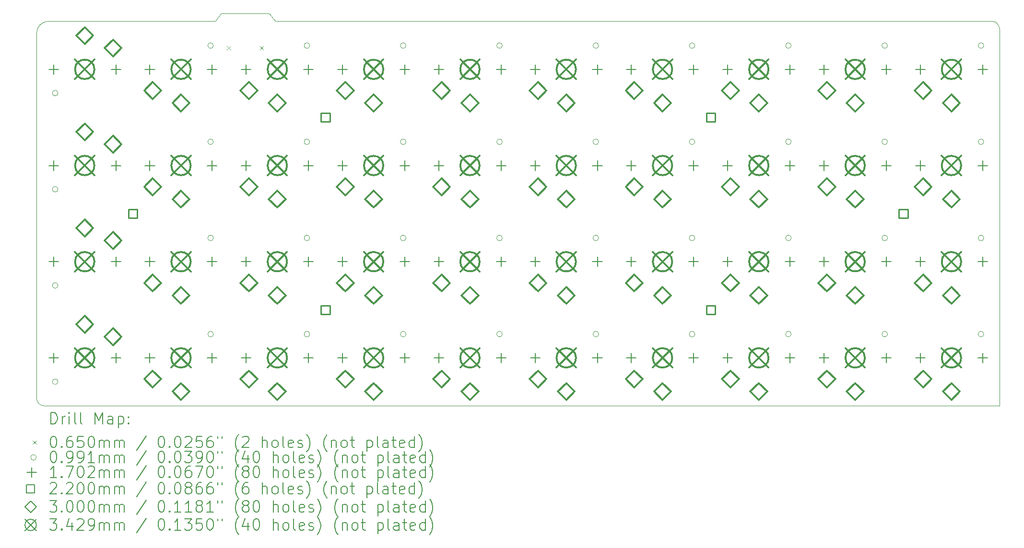
<source format=gbr>
%FSLAX45Y45*%
G04 Gerber Fmt 4.5, Leading zero omitted, Abs format (unit mm)*
G04 Created by KiCad (PCBNEW (6.0.4-0)) date 2023-02-28 22:46:15*
%MOMM*%
%LPD*%
G01*
G04 APERTURE LIST*
%TA.AperFunction,Profile*%
%ADD10C,0.100000*%
%TD*%
%ADD11C,0.200000*%
%ADD12C,0.065000*%
%ADD13C,0.099060*%
%ADD14C,0.170180*%
%ADD15C,0.220000*%
%ADD16C,0.300000*%
%ADD17C,0.342900*%
G04 APERTURE END LIST*
D10*
X7649996Y-1487496D02*
G75*
G03*
X7437496Y-1699999I4J-212504D01*
G01*
X11545828Y-1345833D02*
X11652078Y-1487499D01*
X10589578Y-1487499D02*
X10554162Y-1487499D01*
X7437496Y-8145829D02*
X7437496Y-1699999D01*
X24437488Y-8287496D02*
X24437488Y-1629166D01*
X7649996Y-1487499D02*
X10554162Y-1487499D01*
X24437491Y-1629166D02*
G75*
G03*
X24295822Y-1487499I-141671J-4D01*
G01*
X24295822Y-1487499D02*
X11687494Y-1487499D01*
X11687494Y-1487499D02*
X11652078Y-1487499D01*
X7579163Y-8287496D02*
X24437488Y-8287496D01*
X10589578Y-1487499D02*
X10695828Y-1345833D01*
X10695828Y-1345833D02*
X11545828Y-1345833D01*
X7437494Y-8145829D02*
G75*
G03*
X7579163Y-8287496I141666J-1D01*
G01*
D11*
D12*
X10799328Y-1927999D02*
X10864328Y-1992999D01*
X10864328Y-1927999D02*
X10799328Y-1992999D01*
X11377328Y-1927999D02*
X11442328Y-1992999D01*
X11442328Y-1927999D02*
X11377328Y-1992999D01*
D13*
X7815026Y-2757499D02*
G75*
G03*
X7815026Y-2757499I-49530J0D01*
G01*
X7815026Y-4457498D02*
G75*
G03*
X7815026Y-4457498I-49530J0D01*
G01*
X7815026Y-6157497D02*
G75*
G03*
X7815026Y-6157497I-49530J0D01*
G01*
X7815026Y-7857496D02*
G75*
G03*
X7815026Y-7857496I-49530J0D01*
G01*
X10559025Y-1917499D02*
G75*
G03*
X10559025Y-1917499I-49530J0D01*
G01*
X10559025Y-3617498D02*
G75*
G03*
X10559025Y-3617498I-49530J0D01*
G01*
X10559025Y-5317497D02*
G75*
G03*
X10559025Y-5317497I-49530J0D01*
G01*
X10559025Y-7017496D02*
G75*
G03*
X10559025Y-7017496I-49530J0D01*
G01*
X12259024Y-1917499D02*
G75*
G03*
X12259024Y-1917499I-49530J0D01*
G01*
X12259024Y-3617498D02*
G75*
G03*
X12259024Y-3617498I-49530J0D01*
G01*
X12259024Y-5317497D02*
G75*
G03*
X12259024Y-5317497I-49530J0D01*
G01*
X12259024Y-7017496D02*
G75*
G03*
X12259024Y-7017496I-49530J0D01*
G01*
X13959024Y-1917499D02*
G75*
G03*
X13959024Y-1917499I-49530J0D01*
G01*
X13959024Y-3617498D02*
G75*
G03*
X13959024Y-3617498I-49530J0D01*
G01*
X13959024Y-5317497D02*
G75*
G03*
X13959024Y-5317497I-49530J0D01*
G01*
X13959024Y-7017496D02*
G75*
G03*
X13959024Y-7017496I-49530J0D01*
G01*
X15659023Y-1917499D02*
G75*
G03*
X15659023Y-1917499I-49530J0D01*
G01*
X15659023Y-3617498D02*
G75*
G03*
X15659023Y-3617498I-49530J0D01*
G01*
X15659023Y-5317497D02*
G75*
G03*
X15659023Y-5317497I-49530J0D01*
G01*
X15659023Y-7017496D02*
G75*
G03*
X15659023Y-7017496I-49530J0D01*
G01*
X17359022Y-1917499D02*
G75*
G03*
X17359022Y-1917499I-49530J0D01*
G01*
X17359022Y-3617498D02*
G75*
G03*
X17359022Y-3617498I-49530J0D01*
G01*
X17359022Y-5317497D02*
G75*
G03*
X17359022Y-5317497I-49530J0D01*
G01*
X17359022Y-7017496D02*
G75*
G03*
X17359022Y-7017496I-49530J0D01*
G01*
X19059021Y-1917499D02*
G75*
G03*
X19059021Y-1917499I-49530J0D01*
G01*
X19059021Y-3617498D02*
G75*
G03*
X19059021Y-3617498I-49530J0D01*
G01*
X19059021Y-5317497D02*
G75*
G03*
X19059021Y-5317497I-49530J0D01*
G01*
X19059021Y-7017496D02*
G75*
G03*
X19059021Y-7017496I-49530J0D01*
G01*
X20759021Y-1917499D02*
G75*
G03*
X20759021Y-1917499I-49530J0D01*
G01*
X20759021Y-3617498D02*
G75*
G03*
X20759021Y-3617498I-49530J0D01*
G01*
X20759021Y-5317497D02*
G75*
G03*
X20759021Y-5317497I-49530J0D01*
G01*
X20759021Y-7017496D02*
G75*
G03*
X20759021Y-7017496I-49530J0D01*
G01*
X22459020Y-1917499D02*
G75*
G03*
X22459020Y-1917499I-49530J0D01*
G01*
X22459020Y-3617498D02*
G75*
G03*
X22459020Y-3617498I-49530J0D01*
G01*
X22459020Y-5317497D02*
G75*
G03*
X22459020Y-5317497I-49530J0D01*
G01*
X22459020Y-7017496D02*
G75*
G03*
X22459020Y-7017496I-49530J0D01*
G01*
X24159019Y-1917499D02*
G75*
G03*
X24159019Y-1917499I-49530J0D01*
G01*
X24159019Y-3617498D02*
G75*
G03*
X24159019Y-3617498I-49530J0D01*
G01*
X24159019Y-5317497D02*
G75*
G03*
X24159019Y-5317497I-49530J0D01*
G01*
X24159019Y-7017496D02*
G75*
G03*
X24159019Y-7017496I-49530J0D01*
G01*
D14*
X7737496Y-2252409D02*
X7737496Y-2422589D01*
X7652406Y-2337499D02*
X7822586Y-2337499D01*
X7737496Y-3952408D02*
X7737496Y-4122588D01*
X7652406Y-4037498D02*
X7822586Y-4037498D01*
X7737496Y-5652407D02*
X7737496Y-5822587D01*
X7652406Y-5737497D02*
X7822586Y-5737497D01*
X7737496Y-7352406D02*
X7737496Y-7522586D01*
X7652406Y-7437496D02*
X7822586Y-7437496D01*
X8837496Y-2252409D02*
X8837496Y-2422589D01*
X8752406Y-2337499D02*
X8922586Y-2337499D01*
X8837496Y-3952408D02*
X8837496Y-4122588D01*
X8752406Y-4037498D02*
X8922586Y-4037498D01*
X8837496Y-5652407D02*
X8837496Y-5822587D01*
X8752406Y-5737497D02*
X8922586Y-5737497D01*
X8837496Y-7352406D02*
X8837496Y-7522586D01*
X8752406Y-7437496D02*
X8922586Y-7437496D01*
X9437495Y-2252409D02*
X9437495Y-2422589D01*
X9352405Y-2337499D02*
X9522585Y-2337499D01*
X9437495Y-3952408D02*
X9437495Y-4122588D01*
X9352405Y-4037498D02*
X9522585Y-4037498D01*
X9437495Y-5652407D02*
X9437495Y-5822587D01*
X9352405Y-5737497D02*
X9522585Y-5737497D01*
X9437495Y-7352406D02*
X9437495Y-7522586D01*
X9352405Y-7437496D02*
X9522585Y-7437496D01*
X10537495Y-2252409D02*
X10537495Y-2422589D01*
X10452405Y-2337499D02*
X10622585Y-2337499D01*
X10537495Y-3952408D02*
X10537495Y-4122588D01*
X10452405Y-4037498D02*
X10622585Y-4037498D01*
X10537495Y-5652407D02*
X10537495Y-5822587D01*
X10452405Y-5737497D02*
X10622585Y-5737497D01*
X10537495Y-7352406D02*
X10537495Y-7522586D01*
X10452405Y-7437496D02*
X10622585Y-7437496D01*
X11137495Y-2252409D02*
X11137495Y-2422589D01*
X11052405Y-2337499D02*
X11222584Y-2337499D01*
X11137495Y-3952408D02*
X11137495Y-4122588D01*
X11052405Y-4037498D02*
X11222584Y-4037498D01*
X11137495Y-5652407D02*
X11137495Y-5822587D01*
X11052405Y-5737497D02*
X11222584Y-5737497D01*
X11137495Y-7352406D02*
X11137495Y-7522586D01*
X11052405Y-7437496D02*
X11222584Y-7437496D01*
X12237494Y-2252409D02*
X12237494Y-2422589D01*
X12152404Y-2337499D02*
X12322584Y-2337499D01*
X12237494Y-3952408D02*
X12237494Y-4122588D01*
X12152404Y-4037498D02*
X12322584Y-4037498D01*
X12237494Y-5652407D02*
X12237494Y-5822587D01*
X12152404Y-5737497D02*
X12322584Y-5737497D01*
X12237494Y-7352406D02*
X12237494Y-7522586D01*
X12152404Y-7437496D02*
X12322584Y-7437496D01*
X12837494Y-2252409D02*
X12837494Y-2422589D01*
X12752404Y-2337499D02*
X12922584Y-2337499D01*
X12837494Y-3952408D02*
X12837494Y-4122588D01*
X12752404Y-4037498D02*
X12922584Y-4037498D01*
X12837494Y-5652407D02*
X12837494Y-5822587D01*
X12752404Y-5737497D02*
X12922584Y-5737497D01*
X12837494Y-7352406D02*
X12837494Y-7522586D01*
X12752404Y-7437496D02*
X12922584Y-7437496D01*
X13937494Y-2252409D02*
X13937494Y-2422589D01*
X13852404Y-2337499D02*
X14022584Y-2337499D01*
X13937494Y-3952408D02*
X13937494Y-4122588D01*
X13852404Y-4037498D02*
X14022584Y-4037498D01*
X13937494Y-5652407D02*
X13937494Y-5822587D01*
X13852404Y-5737497D02*
X14022584Y-5737497D01*
X13937494Y-7352406D02*
X13937494Y-7522586D01*
X13852404Y-7437496D02*
X14022584Y-7437496D01*
X14537493Y-2252409D02*
X14537493Y-2422589D01*
X14452403Y-2337499D02*
X14622583Y-2337499D01*
X14537493Y-3952408D02*
X14537493Y-4122588D01*
X14452403Y-4037498D02*
X14622583Y-4037498D01*
X14537493Y-5652407D02*
X14537493Y-5822587D01*
X14452403Y-5737497D02*
X14622583Y-5737497D01*
X14537493Y-7352406D02*
X14537493Y-7522586D01*
X14452403Y-7437496D02*
X14622583Y-7437496D01*
X15637493Y-2252409D02*
X15637493Y-2422589D01*
X15552403Y-2337499D02*
X15722583Y-2337499D01*
X15637493Y-3952408D02*
X15637493Y-4122588D01*
X15552403Y-4037498D02*
X15722583Y-4037498D01*
X15637493Y-5652407D02*
X15637493Y-5822587D01*
X15552403Y-5737497D02*
X15722583Y-5737497D01*
X15637493Y-7352406D02*
X15637493Y-7522586D01*
X15552403Y-7437496D02*
X15722583Y-7437496D01*
X16237492Y-2252409D02*
X16237492Y-2422589D01*
X16152402Y-2337499D02*
X16322582Y-2337499D01*
X16237492Y-3952408D02*
X16237492Y-4122588D01*
X16152402Y-4037498D02*
X16322582Y-4037498D01*
X16237492Y-5652407D02*
X16237492Y-5822587D01*
X16152402Y-5737497D02*
X16322582Y-5737497D01*
X16237492Y-7352406D02*
X16237492Y-7522586D01*
X16152402Y-7437496D02*
X16322582Y-7437496D01*
X17337492Y-2252409D02*
X17337492Y-2422589D01*
X17252402Y-2337499D02*
X17422582Y-2337499D01*
X17337492Y-3952408D02*
X17337492Y-4122588D01*
X17252402Y-4037498D02*
X17422582Y-4037498D01*
X17337492Y-5652407D02*
X17337492Y-5822587D01*
X17252402Y-5737497D02*
X17422582Y-5737497D01*
X17337492Y-7352406D02*
X17337492Y-7522586D01*
X17252402Y-7437496D02*
X17422582Y-7437496D01*
X17937491Y-2252409D02*
X17937491Y-2422589D01*
X17852401Y-2337499D02*
X18022581Y-2337499D01*
X17937491Y-3952408D02*
X17937491Y-4122588D01*
X17852401Y-4037498D02*
X18022581Y-4037498D01*
X17937491Y-5652407D02*
X17937491Y-5822587D01*
X17852401Y-5737497D02*
X18022581Y-5737497D01*
X17937491Y-7352406D02*
X17937491Y-7522586D01*
X17852401Y-7437496D02*
X18022581Y-7437496D01*
X19037491Y-2252409D02*
X19037491Y-2422589D01*
X18952401Y-2337499D02*
X19122581Y-2337499D01*
X19037491Y-3952408D02*
X19037491Y-4122588D01*
X18952401Y-4037498D02*
X19122581Y-4037498D01*
X19037491Y-5652407D02*
X19037491Y-5822587D01*
X18952401Y-5737497D02*
X19122581Y-5737497D01*
X19037491Y-7352406D02*
X19037491Y-7522586D01*
X18952401Y-7437496D02*
X19122581Y-7437496D01*
X19637491Y-2252409D02*
X19637491Y-2422589D01*
X19552401Y-2337499D02*
X19722581Y-2337499D01*
X19637491Y-3952408D02*
X19637491Y-4122588D01*
X19552401Y-4037498D02*
X19722581Y-4037498D01*
X19637491Y-5652407D02*
X19637491Y-5822587D01*
X19552401Y-5737497D02*
X19722581Y-5737497D01*
X19637491Y-7352406D02*
X19637491Y-7522586D01*
X19552401Y-7437496D02*
X19722581Y-7437496D01*
X20737491Y-2252409D02*
X20737491Y-2422589D01*
X20652401Y-2337499D02*
X20822581Y-2337499D01*
X20737491Y-3952408D02*
X20737491Y-4122588D01*
X20652401Y-4037498D02*
X20822581Y-4037498D01*
X20737491Y-5652407D02*
X20737491Y-5822587D01*
X20652401Y-5737497D02*
X20822581Y-5737497D01*
X20737491Y-7352406D02*
X20737491Y-7522586D01*
X20652401Y-7437496D02*
X20822581Y-7437496D01*
X21337490Y-2252409D02*
X21337490Y-2422589D01*
X21252400Y-2337499D02*
X21422580Y-2337499D01*
X21337490Y-3952408D02*
X21337490Y-4122588D01*
X21252400Y-4037498D02*
X21422580Y-4037498D01*
X21337490Y-5652407D02*
X21337490Y-5822587D01*
X21252400Y-5737497D02*
X21422580Y-5737497D01*
X21337490Y-7352406D02*
X21337490Y-7522586D01*
X21252400Y-7437496D02*
X21422580Y-7437496D01*
X22437490Y-2252409D02*
X22437490Y-2422589D01*
X22352400Y-2337499D02*
X22522580Y-2337499D01*
X22437490Y-3952408D02*
X22437490Y-4122588D01*
X22352400Y-4037498D02*
X22522580Y-4037498D01*
X22437490Y-5652407D02*
X22437490Y-5822587D01*
X22352400Y-5737497D02*
X22522580Y-5737497D01*
X22437490Y-7352406D02*
X22437490Y-7522586D01*
X22352400Y-7437496D02*
X22522580Y-7437496D01*
X23037489Y-2252409D02*
X23037489Y-2422589D01*
X22952399Y-2337499D02*
X23122579Y-2337499D01*
X23037489Y-3952408D02*
X23037489Y-4122588D01*
X22952399Y-4037498D02*
X23122579Y-4037498D01*
X23037489Y-5652407D02*
X23037489Y-5822587D01*
X22952399Y-5737497D02*
X23122579Y-5737497D01*
X23037489Y-7352406D02*
X23037489Y-7522586D01*
X22952399Y-7437496D02*
X23122579Y-7437496D01*
X24137489Y-2252409D02*
X24137489Y-2422589D01*
X24052399Y-2337499D02*
X24222579Y-2337499D01*
X24137489Y-3952408D02*
X24137489Y-4122588D01*
X24052399Y-4037498D02*
X24222579Y-4037498D01*
X24137489Y-5652407D02*
X24137489Y-5822587D01*
X24052399Y-5737497D02*
X24222579Y-5737497D01*
X24137489Y-7352406D02*
X24137489Y-7522586D01*
X24052399Y-7437496D02*
X24222579Y-7437496D01*
D15*
X9215278Y-4965280D02*
X9215278Y-4809715D01*
X9059713Y-4809715D01*
X9059713Y-4965280D01*
X9215278Y-4965280D01*
X12615277Y-3265281D02*
X12615277Y-3109716D01*
X12459712Y-3109716D01*
X12459712Y-3265281D01*
X12615277Y-3265281D01*
X12615277Y-6665279D02*
X12615277Y-6509714D01*
X12459712Y-6509714D01*
X12459712Y-6665279D01*
X12615277Y-6665279D01*
X19415273Y-3265281D02*
X19415273Y-3109716D01*
X19259708Y-3109716D01*
X19259708Y-3265281D01*
X19415273Y-3265281D01*
X19415273Y-6665279D02*
X19415273Y-6509714D01*
X19259708Y-6509714D01*
X19259708Y-6665279D01*
X19415273Y-6665279D01*
X22815272Y-4965280D02*
X22815272Y-4809715D01*
X22659707Y-4809715D01*
X22659707Y-4965280D01*
X22815272Y-4965280D01*
D16*
X8287496Y-1892499D02*
X8437496Y-1742499D01*
X8287496Y-1592499D01*
X8137496Y-1742499D01*
X8287496Y-1892499D01*
X8287496Y-3592498D02*
X8437496Y-3442498D01*
X8287496Y-3292498D01*
X8137496Y-3442498D01*
X8287496Y-3592498D01*
X8287496Y-5292497D02*
X8437496Y-5142497D01*
X8287496Y-4992497D01*
X8137496Y-5142497D01*
X8287496Y-5292497D01*
X8287496Y-6992496D02*
X8437496Y-6842496D01*
X8287496Y-6692496D01*
X8137496Y-6842496D01*
X8287496Y-6992496D01*
X8787496Y-2112499D02*
X8937496Y-1962499D01*
X8787496Y-1812499D01*
X8637496Y-1962499D01*
X8787496Y-2112499D01*
X8787496Y-3812498D02*
X8937496Y-3662498D01*
X8787496Y-3512498D01*
X8637496Y-3662498D01*
X8787496Y-3812498D01*
X8787496Y-5512497D02*
X8937496Y-5362497D01*
X8787496Y-5212497D01*
X8637496Y-5362497D01*
X8787496Y-5512497D01*
X8787496Y-7212496D02*
X8937496Y-7062496D01*
X8787496Y-6912496D01*
X8637496Y-7062496D01*
X8787496Y-7212496D01*
X9487495Y-2862499D02*
X9637495Y-2712499D01*
X9487495Y-2562499D01*
X9337495Y-2712499D01*
X9487495Y-2862499D01*
X9487495Y-4562498D02*
X9637495Y-4412498D01*
X9487495Y-4262498D01*
X9337495Y-4412498D01*
X9487495Y-4562498D01*
X9487495Y-6262497D02*
X9637495Y-6112497D01*
X9487495Y-5962497D01*
X9337495Y-6112497D01*
X9487495Y-6262497D01*
X9487495Y-7962496D02*
X9637495Y-7812496D01*
X9487495Y-7662496D01*
X9337495Y-7812496D01*
X9487495Y-7962496D01*
X9987495Y-3082499D02*
X10137495Y-2932499D01*
X9987495Y-2782499D01*
X9837495Y-2932499D01*
X9987495Y-3082499D01*
X9987495Y-4782498D02*
X10137495Y-4632498D01*
X9987495Y-4482498D01*
X9837495Y-4632498D01*
X9987495Y-4782498D01*
X9987495Y-6482497D02*
X10137495Y-6332497D01*
X9987495Y-6182497D01*
X9837495Y-6332497D01*
X9987495Y-6482497D01*
X9987495Y-8182496D02*
X10137495Y-8032496D01*
X9987495Y-7882496D01*
X9837495Y-8032496D01*
X9987495Y-8182496D01*
X11187494Y-2862499D02*
X11337494Y-2712499D01*
X11187494Y-2562499D01*
X11037495Y-2712499D01*
X11187494Y-2862499D01*
X11187494Y-4562498D02*
X11337494Y-4412498D01*
X11187494Y-4262498D01*
X11037495Y-4412498D01*
X11187494Y-4562498D01*
X11187494Y-6262497D02*
X11337494Y-6112497D01*
X11187494Y-5962497D01*
X11037495Y-6112497D01*
X11187494Y-6262497D01*
X11187494Y-7962496D02*
X11337494Y-7812496D01*
X11187494Y-7662496D01*
X11037495Y-7812496D01*
X11187494Y-7962496D01*
X11687494Y-3082499D02*
X11837494Y-2932499D01*
X11687494Y-2782499D01*
X11537494Y-2932499D01*
X11687494Y-3082499D01*
X11687494Y-4782498D02*
X11837494Y-4632498D01*
X11687494Y-4482498D01*
X11537494Y-4632498D01*
X11687494Y-4782498D01*
X11687494Y-6482497D02*
X11837494Y-6332497D01*
X11687494Y-6182497D01*
X11537494Y-6332497D01*
X11687494Y-6482497D01*
X11687494Y-8182496D02*
X11837494Y-8032496D01*
X11687494Y-7882496D01*
X11537494Y-8032496D01*
X11687494Y-8182496D01*
X12887494Y-2862499D02*
X13037494Y-2712499D01*
X12887494Y-2562499D01*
X12737494Y-2712499D01*
X12887494Y-2862499D01*
X12887494Y-4562498D02*
X13037494Y-4412498D01*
X12887494Y-4262498D01*
X12737494Y-4412498D01*
X12887494Y-4562498D01*
X12887494Y-6262497D02*
X13037494Y-6112497D01*
X12887494Y-5962497D01*
X12737494Y-6112497D01*
X12887494Y-6262497D01*
X12887494Y-7962496D02*
X13037494Y-7812496D01*
X12887494Y-7662496D01*
X12737494Y-7812496D01*
X12887494Y-7962496D01*
X13387494Y-3082499D02*
X13537494Y-2932499D01*
X13387494Y-2782499D01*
X13237494Y-2932499D01*
X13387494Y-3082499D01*
X13387494Y-4782498D02*
X13537494Y-4632498D01*
X13387494Y-4482498D01*
X13237494Y-4632498D01*
X13387494Y-4782498D01*
X13387494Y-6482497D02*
X13537494Y-6332497D01*
X13387494Y-6182497D01*
X13237494Y-6332497D01*
X13387494Y-6482497D01*
X13387494Y-8182496D02*
X13537494Y-8032496D01*
X13387494Y-7882496D01*
X13237494Y-8032496D01*
X13387494Y-8182496D01*
X14587493Y-2862499D02*
X14737493Y-2712499D01*
X14587493Y-2562499D01*
X14437493Y-2712499D01*
X14587493Y-2862499D01*
X14587493Y-4562498D02*
X14737493Y-4412498D01*
X14587493Y-4262498D01*
X14437493Y-4412498D01*
X14587493Y-4562498D01*
X14587493Y-6262497D02*
X14737493Y-6112497D01*
X14587493Y-5962497D01*
X14437493Y-6112497D01*
X14587493Y-6262497D01*
X14587493Y-7962496D02*
X14737493Y-7812496D01*
X14587493Y-7662496D01*
X14437493Y-7812496D01*
X14587493Y-7962496D01*
X15087493Y-3082499D02*
X15237493Y-2932499D01*
X15087493Y-2782499D01*
X14937493Y-2932499D01*
X15087493Y-3082499D01*
X15087493Y-4782498D02*
X15237493Y-4632498D01*
X15087493Y-4482498D01*
X14937493Y-4632498D01*
X15087493Y-4782498D01*
X15087493Y-6482497D02*
X15237493Y-6332497D01*
X15087493Y-6182497D01*
X14937493Y-6332497D01*
X15087493Y-6482497D01*
X15087493Y-8182496D02*
X15237493Y-8032496D01*
X15087493Y-7882496D01*
X14937493Y-8032496D01*
X15087493Y-8182496D01*
X16287492Y-2862499D02*
X16437492Y-2712499D01*
X16287492Y-2562499D01*
X16137492Y-2712499D01*
X16287492Y-2862499D01*
X16287492Y-4562498D02*
X16437492Y-4412498D01*
X16287492Y-4262498D01*
X16137492Y-4412498D01*
X16287492Y-4562498D01*
X16287492Y-6262497D02*
X16437492Y-6112497D01*
X16287492Y-5962497D01*
X16137492Y-6112497D01*
X16287492Y-6262497D01*
X16287492Y-7962496D02*
X16437492Y-7812496D01*
X16287492Y-7662496D01*
X16137492Y-7812496D01*
X16287492Y-7962496D01*
X16787492Y-3082499D02*
X16937492Y-2932499D01*
X16787492Y-2782499D01*
X16637492Y-2932499D01*
X16787492Y-3082499D01*
X16787492Y-4782498D02*
X16937492Y-4632498D01*
X16787492Y-4482498D01*
X16637492Y-4632498D01*
X16787492Y-4782498D01*
X16787492Y-6482497D02*
X16937492Y-6332497D01*
X16787492Y-6182497D01*
X16637492Y-6332497D01*
X16787492Y-6482497D01*
X16787492Y-8182496D02*
X16937492Y-8032496D01*
X16787492Y-7882496D01*
X16637492Y-8032496D01*
X16787492Y-8182496D01*
X17987491Y-2862499D02*
X18137491Y-2712499D01*
X17987491Y-2562499D01*
X17837491Y-2712499D01*
X17987491Y-2862499D01*
X17987491Y-4562498D02*
X18137491Y-4412498D01*
X17987491Y-4262498D01*
X17837491Y-4412498D01*
X17987491Y-4562498D01*
X17987491Y-6262497D02*
X18137491Y-6112497D01*
X17987491Y-5962497D01*
X17837491Y-6112497D01*
X17987491Y-6262497D01*
X17987491Y-7962496D02*
X18137491Y-7812496D01*
X17987491Y-7662496D01*
X17837491Y-7812496D01*
X17987491Y-7962496D01*
X18487491Y-3082499D02*
X18637491Y-2932499D01*
X18487491Y-2782499D01*
X18337491Y-2932499D01*
X18487491Y-3082499D01*
X18487491Y-4782498D02*
X18637491Y-4632498D01*
X18487491Y-4482498D01*
X18337491Y-4632498D01*
X18487491Y-4782498D01*
X18487491Y-6482497D02*
X18637491Y-6332497D01*
X18487491Y-6182497D01*
X18337491Y-6332497D01*
X18487491Y-6482497D01*
X18487491Y-8182496D02*
X18637491Y-8032496D01*
X18487491Y-7882496D01*
X18337491Y-8032496D01*
X18487491Y-8182496D01*
X19687491Y-2862499D02*
X19837491Y-2712499D01*
X19687491Y-2562499D01*
X19537491Y-2712499D01*
X19687491Y-2862499D01*
X19687491Y-4562498D02*
X19837491Y-4412498D01*
X19687491Y-4262498D01*
X19537491Y-4412498D01*
X19687491Y-4562498D01*
X19687491Y-6262497D02*
X19837491Y-6112497D01*
X19687491Y-5962497D01*
X19537491Y-6112497D01*
X19687491Y-6262497D01*
X19687491Y-7962496D02*
X19837491Y-7812496D01*
X19687491Y-7662496D01*
X19537491Y-7812496D01*
X19687491Y-7962496D01*
X20187491Y-3082499D02*
X20337491Y-2932499D01*
X20187491Y-2782499D01*
X20037491Y-2932499D01*
X20187491Y-3082499D01*
X20187491Y-4782498D02*
X20337491Y-4632498D01*
X20187491Y-4482498D01*
X20037491Y-4632498D01*
X20187491Y-4782498D01*
X20187491Y-6482497D02*
X20337491Y-6332497D01*
X20187491Y-6182497D01*
X20037491Y-6332497D01*
X20187491Y-6482497D01*
X20187491Y-8182496D02*
X20337491Y-8032496D01*
X20187491Y-7882496D01*
X20037491Y-8032496D01*
X20187491Y-8182496D01*
X21387490Y-2862499D02*
X21537490Y-2712499D01*
X21387490Y-2562499D01*
X21237490Y-2712499D01*
X21387490Y-2862499D01*
X21387490Y-4562498D02*
X21537490Y-4412498D01*
X21387490Y-4262498D01*
X21237490Y-4412498D01*
X21387490Y-4562498D01*
X21387490Y-6262497D02*
X21537490Y-6112497D01*
X21387490Y-5962497D01*
X21237490Y-6112497D01*
X21387490Y-6262497D01*
X21387490Y-7962496D02*
X21537490Y-7812496D01*
X21387490Y-7662496D01*
X21237490Y-7812496D01*
X21387490Y-7962496D01*
X21887490Y-3082499D02*
X22037490Y-2932499D01*
X21887490Y-2782499D01*
X21737490Y-2932499D01*
X21887490Y-3082499D01*
X21887490Y-4782498D02*
X22037490Y-4632498D01*
X21887490Y-4482498D01*
X21737490Y-4632498D01*
X21887490Y-4782498D01*
X21887490Y-6482497D02*
X22037490Y-6332497D01*
X21887490Y-6182497D01*
X21737490Y-6332497D01*
X21887490Y-6482497D01*
X21887490Y-8182496D02*
X22037490Y-8032496D01*
X21887490Y-7882496D01*
X21737490Y-8032496D01*
X21887490Y-8182496D01*
X23087489Y-2862499D02*
X23237489Y-2712499D01*
X23087489Y-2562499D01*
X22937489Y-2712499D01*
X23087489Y-2862499D01*
X23087489Y-4562498D02*
X23237489Y-4412498D01*
X23087489Y-4262498D01*
X22937489Y-4412498D01*
X23087489Y-4562498D01*
X23087489Y-6262497D02*
X23237489Y-6112497D01*
X23087489Y-5962497D01*
X22937489Y-6112497D01*
X23087489Y-6262497D01*
X23087489Y-7962496D02*
X23237489Y-7812496D01*
X23087489Y-7662496D01*
X22937489Y-7812496D01*
X23087489Y-7962496D01*
X23587489Y-3082499D02*
X23737489Y-2932499D01*
X23587489Y-2782499D01*
X23437489Y-2932499D01*
X23587489Y-3082499D01*
X23587489Y-4782498D02*
X23737489Y-4632498D01*
X23587489Y-4482498D01*
X23437489Y-4632498D01*
X23587489Y-4782498D01*
X23587489Y-6482497D02*
X23737489Y-6332497D01*
X23587489Y-6182497D01*
X23437489Y-6332497D01*
X23587489Y-6482497D01*
X23587489Y-8182496D02*
X23737489Y-8032496D01*
X23587489Y-7882496D01*
X23437489Y-8032496D01*
X23587489Y-8182496D01*
D17*
X8116046Y-2166049D02*
X8458946Y-2508949D01*
X8458946Y-2166049D02*
X8116046Y-2508949D01*
X8458946Y-2337499D02*
G75*
G03*
X8458946Y-2337499I-171450J0D01*
G01*
X8116046Y-3866048D02*
X8458946Y-4208948D01*
X8458946Y-3866048D02*
X8116046Y-4208948D01*
X8458946Y-4037498D02*
G75*
G03*
X8458946Y-4037498I-171450J0D01*
G01*
X8116046Y-5566047D02*
X8458946Y-5908947D01*
X8458946Y-5566047D02*
X8116046Y-5908947D01*
X8458946Y-5737497D02*
G75*
G03*
X8458946Y-5737497I-171450J0D01*
G01*
X8116046Y-7266046D02*
X8458946Y-7608946D01*
X8458946Y-7266046D02*
X8116046Y-7608946D01*
X8458946Y-7437496D02*
G75*
G03*
X8458946Y-7437496I-171450J0D01*
G01*
X9816045Y-2166049D02*
X10158945Y-2508949D01*
X10158945Y-2166049D02*
X9816045Y-2508949D01*
X10158945Y-2337499D02*
G75*
G03*
X10158945Y-2337499I-171450J0D01*
G01*
X9816045Y-3866048D02*
X10158945Y-4208948D01*
X10158945Y-3866048D02*
X9816045Y-4208948D01*
X10158945Y-4037498D02*
G75*
G03*
X10158945Y-4037498I-171450J0D01*
G01*
X9816045Y-5566047D02*
X10158945Y-5908947D01*
X10158945Y-5566047D02*
X9816045Y-5908947D01*
X10158945Y-5737497D02*
G75*
G03*
X10158945Y-5737497I-171450J0D01*
G01*
X9816045Y-7266046D02*
X10158945Y-7608946D01*
X10158945Y-7266046D02*
X9816045Y-7608946D01*
X10158945Y-7437496D02*
G75*
G03*
X10158945Y-7437496I-171450J0D01*
G01*
X11516044Y-2166049D02*
X11858944Y-2508949D01*
X11858944Y-2166049D02*
X11516044Y-2508949D01*
X11858944Y-2337499D02*
G75*
G03*
X11858944Y-2337499I-171450J0D01*
G01*
X11516044Y-3866048D02*
X11858944Y-4208948D01*
X11858944Y-3866048D02*
X11516044Y-4208948D01*
X11858944Y-4037498D02*
G75*
G03*
X11858944Y-4037498I-171450J0D01*
G01*
X11516044Y-5566047D02*
X11858944Y-5908947D01*
X11858944Y-5566047D02*
X11516044Y-5908947D01*
X11858944Y-5737497D02*
G75*
G03*
X11858944Y-5737497I-171450J0D01*
G01*
X11516044Y-7266046D02*
X11858944Y-7608946D01*
X11858944Y-7266046D02*
X11516044Y-7608946D01*
X11858944Y-7437496D02*
G75*
G03*
X11858944Y-7437496I-171450J0D01*
G01*
X13216044Y-2166049D02*
X13558944Y-2508949D01*
X13558944Y-2166049D02*
X13216044Y-2508949D01*
X13558944Y-2337499D02*
G75*
G03*
X13558944Y-2337499I-171450J0D01*
G01*
X13216044Y-3866048D02*
X13558944Y-4208948D01*
X13558944Y-3866048D02*
X13216044Y-4208948D01*
X13558944Y-4037498D02*
G75*
G03*
X13558944Y-4037498I-171450J0D01*
G01*
X13216044Y-5566047D02*
X13558944Y-5908947D01*
X13558944Y-5566047D02*
X13216044Y-5908947D01*
X13558944Y-5737497D02*
G75*
G03*
X13558944Y-5737497I-171450J0D01*
G01*
X13216044Y-7266046D02*
X13558944Y-7608946D01*
X13558944Y-7266046D02*
X13216044Y-7608946D01*
X13558944Y-7437496D02*
G75*
G03*
X13558944Y-7437496I-171450J0D01*
G01*
X14916043Y-2166049D02*
X15258943Y-2508949D01*
X15258943Y-2166049D02*
X14916043Y-2508949D01*
X15258943Y-2337499D02*
G75*
G03*
X15258943Y-2337499I-171450J0D01*
G01*
X14916043Y-3866048D02*
X15258943Y-4208948D01*
X15258943Y-3866048D02*
X14916043Y-4208948D01*
X15258943Y-4037498D02*
G75*
G03*
X15258943Y-4037498I-171450J0D01*
G01*
X14916043Y-5566047D02*
X15258943Y-5908947D01*
X15258943Y-5566047D02*
X14916043Y-5908947D01*
X15258943Y-5737497D02*
G75*
G03*
X15258943Y-5737497I-171450J0D01*
G01*
X14916043Y-7266046D02*
X15258943Y-7608946D01*
X15258943Y-7266046D02*
X14916043Y-7608946D01*
X15258943Y-7437496D02*
G75*
G03*
X15258943Y-7437496I-171450J0D01*
G01*
X16616042Y-2166049D02*
X16958942Y-2508949D01*
X16958942Y-2166049D02*
X16616042Y-2508949D01*
X16958942Y-2337499D02*
G75*
G03*
X16958942Y-2337499I-171450J0D01*
G01*
X16616042Y-3866048D02*
X16958942Y-4208948D01*
X16958942Y-3866048D02*
X16616042Y-4208948D01*
X16958942Y-4037498D02*
G75*
G03*
X16958942Y-4037498I-171450J0D01*
G01*
X16616042Y-5566047D02*
X16958942Y-5908947D01*
X16958942Y-5566047D02*
X16616042Y-5908947D01*
X16958942Y-5737497D02*
G75*
G03*
X16958942Y-5737497I-171450J0D01*
G01*
X16616042Y-7266046D02*
X16958942Y-7608946D01*
X16958942Y-7266046D02*
X16616042Y-7608946D01*
X16958942Y-7437496D02*
G75*
G03*
X16958942Y-7437496I-171450J0D01*
G01*
X18316041Y-2166049D02*
X18658941Y-2508949D01*
X18658941Y-2166049D02*
X18316041Y-2508949D01*
X18658941Y-2337499D02*
G75*
G03*
X18658941Y-2337499I-171450J0D01*
G01*
X18316041Y-3866048D02*
X18658941Y-4208948D01*
X18658941Y-3866048D02*
X18316041Y-4208948D01*
X18658941Y-4037498D02*
G75*
G03*
X18658941Y-4037498I-171450J0D01*
G01*
X18316041Y-5566047D02*
X18658941Y-5908947D01*
X18658941Y-5566047D02*
X18316041Y-5908947D01*
X18658941Y-5737497D02*
G75*
G03*
X18658941Y-5737497I-171450J0D01*
G01*
X18316041Y-7266046D02*
X18658941Y-7608946D01*
X18658941Y-7266046D02*
X18316041Y-7608946D01*
X18658941Y-7437496D02*
G75*
G03*
X18658941Y-7437496I-171450J0D01*
G01*
X20016041Y-2166049D02*
X20358941Y-2508949D01*
X20358941Y-2166049D02*
X20016041Y-2508949D01*
X20358941Y-2337499D02*
G75*
G03*
X20358941Y-2337499I-171450J0D01*
G01*
X20016041Y-3866048D02*
X20358941Y-4208948D01*
X20358941Y-3866048D02*
X20016041Y-4208948D01*
X20358941Y-4037498D02*
G75*
G03*
X20358941Y-4037498I-171450J0D01*
G01*
X20016041Y-5566047D02*
X20358941Y-5908947D01*
X20358941Y-5566047D02*
X20016041Y-5908947D01*
X20358941Y-5737497D02*
G75*
G03*
X20358941Y-5737497I-171450J0D01*
G01*
X20016041Y-7266046D02*
X20358941Y-7608946D01*
X20358941Y-7266046D02*
X20016041Y-7608946D01*
X20358941Y-7437496D02*
G75*
G03*
X20358941Y-7437496I-171450J0D01*
G01*
X21716040Y-2166049D02*
X22058940Y-2508949D01*
X22058940Y-2166049D02*
X21716040Y-2508949D01*
X22058940Y-2337499D02*
G75*
G03*
X22058940Y-2337499I-171450J0D01*
G01*
X21716040Y-3866048D02*
X22058940Y-4208948D01*
X22058940Y-3866048D02*
X21716040Y-4208948D01*
X22058940Y-4037498D02*
G75*
G03*
X22058940Y-4037498I-171450J0D01*
G01*
X21716040Y-5566047D02*
X22058940Y-5908947D01*
X22058940Y-5566047D02*
X21716040Y-5908947D01*
X22058940Y-5737497D02*
G75*
G03*
X22058940Y-5737497I-171450J0D01*
G01*
X21716040Y-7266046D02*
X22058940Y-7608946D01*
X22058940Y-7266046D02*
X21716040Y-7608946D01*
X22058940Y-7437496D02*
G75*
G03*
X22058940Y-7437496I-171450J0D01*
G01*
X23416039Y-2166049D02*
X23758939Y-2508949D01*
X23758939Y-2166049D02*
X23416039Y-2508949D01*
X23758939Y-2337499D02*
G75*
G03*
X23758939Y-2337499I-171450J0D01*
G01*
X23416039Y-3866048D02*
X23758939Y-4208948D01*
X23758939Y-3866048D02*
X23416039Y-4208948D01*
X23758939Y-4037498D02*
G75*
G03*
X23758939Y-4037498I-171450J0D01*
G01*
X23416039Y-5566047D02*
X23758939Y-5908947D01*
X23758939Y-5566047D02*
X23416039Y-5908947D01*
X23758939Y-5737497D02*
G75*
G03*
X23758939Y-5737497I-171450J0D01*
G01*
X23416039Y-7266046D02*
X23758939Y-7608946D01*
X23758939Y-7266046D02*
X23416039Y-7608946D01*
X23758939Y-7437496D02*
G75*
G03*
X23758939Y-7437496I-171450J0D01*
G01*
D11*
X7690115Y-8602972D02*
X7690115Y-8402972D01*
X7737734Y-8402972D01*
X7766306Y-8412496D01*
X7785354Y-8431544D01*
X7794877Y-8450591D01*
X7804401Y-8488687D01*
X7804401Y-8517258D01*
X7794877Y-8555353D01*
X7785354Y-8574401D01*
X7766306Y-8593448D01*
X7737734Y-8602972D01*
X7690115Y-8602972D01*
X7890115Y-8602972D02*
X7890115Y-8469639D01*
X7890115Y-8507734D02*
X7899639Y-8488687D01*
X7909163Y-8479163D01*
X7928211Y-8469639D01*
X7947258Y-8469639D01*
X8013925Y-8602972D02*
X8013925Y-8469639D01*
X8013925Y-8402972D02*
X8004401Y-8412496D01*
X8013925Y-8422020D01*
X8023449Y-8412496D01*
X8013925Y-8402972D01*
X8013925Y-8422020D01*
X8137734Y-8602972D02*
X8118687Y-8593448D01*
X8109163Y-8574401D01*
X8109163Y-8402972D01*
X8242496Y-8602972D02*
X8223449Y-8593448D01*
X8213925Y-8574401D01*
X8213925Y-8402972D01*
X8471068Y-8602972D02*
X8471068Y-8402972D01*
X8537735Y-8545829D01*
X8604401Y-8402972D01*
X8604401Y-8602972D01*
X8785354Y-8602972D02*
X8785354Y-8498210D01*
X8775830Y-8479163D01*
X8756782Y-8469639D01*
X8718687Y-8469639D01*
X8699639Y-8479163D01*
X8785354Y-8593448D02*
X8766306Y-8602972D01*
X8718687Y-8602972D01*
X8699639Y-8593448D01*
X8690116Y-8574401D01*
X8690116Y-8555353D01*
X8699639Y-8536306D01*
X8718687Y-8526782D01*
X8766306Y-8526782D01*
X8785354Y-8517258D01*
X8880592Y-8469639D02*
X8880592Y-8669639D01*
X8880592Y-8479163D02*
X8899639Y-8469639D01*
X8937735Y-8469639D01*
X8956782Y-8479163D01*
X8966306Y-8488687D01*
X8975830Y-8507734D01*
X8975830Y-8564877D01*
X8966306Y-8583925D01*
X8956782Y-8593448D01*
X8937735Y-8602972D01*
X8899639Y-8602972D01*
X8880592Y-8593448D01*
X9061544Y-8583925D02*
X9071068Y-8593448D01*
X9061544Y-8602972D01*
X9052020Y-8593448D01*
X9061544Y-8583925D01*
X9061544Y-8602972D01*
X9061544Y-8479163D02*
X9071068Y-8488687D01*
X9061544Y-8498210D01*
X9052020Y-8488687D01*
X9061544Y-8479163D01*
X9061544Y-8498210D01*
D12*
X7367496Y-8899996D02*
X7432496Y-8964996D01*
X7432496Y-8899996D02*
X7367496Y-8964996D01*
D11*
X7728211Y-8822972D02*
X7747258Y-8822972D01*
X7766306Y-8832496D01*
X7775830Y-8842020D01*
X7785354Y-8861068D01*
X7794877Y-8899163D01*
X7794877Y-8946782D01*
X7785354Y-8984877D01*
X7775830Y-9003925D01*
X7766306Y-9013448D01*
X7747258Y-9022972D01*
X7728211Y-9022972D01*
X7709163Y-9013448D01*
X7699639Y-9003925D01*
X7690115Y-8984877D01*
X7680592Y-8946782D01*
X7680592Y-8899163D01*
X7690115Y-8861068D01*
X7699639Y-8842020D01*
X7709163Y-8832496D01*
X7728211Y-8822972D01*
X7880592Y-9003925D02*
X7890115Y-9013448D01*
X7880592Y-9022972D01*
X7871068Y-9013448D01*
X7880592Y-9003925D01*
X7880592Y-9022972D01*
X8061544Y-8822972D02*
X8023449Y-8822972D01*
X8004401Y-8832496D01*
X7994877Y-8842020D01*
X7975830Y-8870591D01*
X7966306Y-8908687D01*
X7966306Y-8984877D01*
X7975830Y-9003925D01*
X7985354Y-9013448D01*
X8004401Y-9022972D01*
X8042496Y-9022972D01*
X8061544Y-9013448D01*
X8071068Y-9003925D01*
X8080592Y-8984877D01*
X8080592Y-8937258D01*
X8071068Y-8918210D01*
X8061544Y-8908687D01*
X8042496Y-8899163D01*
X8004401Y-8899163D01*
X7985354Y-8908687D01*
X7975830Y-8918210D01*
X7966306Y-8937258D01*
X8261544Y-8822972D02*
X8166306Y-8822972D01*
X8156782Y-8918210D01*
X8166306Y-8908687D01*
X8185354Y-8899163D01*
X8232973Y-8899163D01*
X8252020Y-8908687D01*
X8261544Y-8918210D01*
X8271068Y-8937258D01*
X8271068Y-8984877D01*
X8261544Y-9003925D01*
X8252020Y-9013448D01*
X8232973Y-9022972D01*
X8185354Y-9022972D01*
X8166306Y-9013448D01*
X8156782Y-9003925D01*
X8394877Y-8822972D02*
X8413925Y-8822972D01*
X8432973Y-8832496D01*
X8442497Y-8842020D01*
X8452020Y-8861068D01*
X8461544Y-8899163D01*
X8461544Y-8946782D01*
X8452020Y-8984877D01*
X8442497Y-9003925D01*
X8432973Y-9013448D01*
X8413925Y-9022972D01*
X8394877Y-9022972D01*
X8375830Y-9013448D01*
X8366306Y-9003925D01*
X8356782Y-8984877D01*
X8347258Y-8946782D01*
X8347258Y-8899163D01*
X8356782Y-8861068D01*
X8366306Y-8842020D01*
X8375830Y-8832496D01*
X8394877Y-8822972D01*
X8547258Y-9022972D02*
X8547258Y-8889639D01*
X8547258Y-8908687D02*
X8556782Y-8899163D01*
X8575830Y-8889639D01*
X8604401Y-8889639D01*
X8623449Y-8899163D01*
X8632973Y-8918210D01*
X8632973Y-9022972D01*
X8632973Y-8918210D02*
X8642497Y-8899163D01*
X8661544Y-8889639D01*
X8690116Y-8889639D01*
X8709163Y-8899163D01*
X8718687Y-8918210D01*
X8718687Y-9022972D01*
X8813925Y-9022972D02*
X8813925Y-8889639D01*
X8813925Y-8908687D02*
X8823449Y-8899163D01*
X8842497Y-8889639D01*
X8871068Y-8889639D01*
X8890116Y-8899163D01*
X8899639Y-8918210D01*
X8899639Y-9022972D01*
X8899639Y-8918210D02*
X8909163Y-8899163D01*
X8928211Y-8889639D01*
X8956782Y-8889639D01*
X8975830Y-8899163D01*
X8985354Y-8918210D01*
X8985354Y-9022972D01*
X9375830Y-8813448D02*
X9204401Y-9070591D01*
X9632973Y-8822972D02*
X9652020Y-8822972D01*
X9671068Y-8832496D01*
X9680592Y-8842020D01*
X9690116Y-8861068D01*
X9699639Y-8899163D01*
X9699639Y-8946782D01*
X9690116Y-8984877D01*
X9680592Y-9003925D01*
X9671068Y-9013448D01*
X9652020Y-9022972D01*
X9632973Y-9022972D01*
X9613925Y-9013448D01*
X9604401Y-9003925D01*
X9594877Y-8984877D01*
X9585354Y-8946782D01*
X9585354Y-8899163D01*
X9594877Y-8861068D01*
X9604401Y-8842020D01*
X9613925Y-8832496D01*
X9632973Y-8822972D01*
X9785354Y-9003925D02*
X9794877Y-9013448D01*
X9785354Y-9022972D01*
X9775830Y-9013448D01*
X9785354Y-9003925D01*
X9785354Y-9022972D01*
X9918687Y-8822972D02*
X9937735Y-8822972D01*
X9956782Y-8832496D01*
X9966306Y-8842020D01*
X9975830Y-8861068D01*
X9985354Y-8899163D01*
X9985354Y-8946782D01*
X9975830Y-8984877D01*
X9966306Y-9003925D01*
X9956782Y-9013448D01*
X9937735Y-9022972D01*
X9918687Y-9022972D01*
X9899639Y-9013448D01*
X9890116Y-9003925D01*
X9880592Y-8984877D01*
X9871068Y-8946782D01*
X9871068Y-8899163D01*
X9880592Y-8861068D01*
X9890116Y-8842020D01*
X9899639Y-8832496D01*
X9918687Y-8822972D01*
X10061544Y-8842020D02*
X10071068Y-8832496D01*
X10090116Y-8822972D01*
X10137735Y-8822972D01*
X10156782Y-8832496D01*
X10166306Y-8842020D01*
X10175830Y-8861068D01*
X10175830Y-8880115D01*
X10166306Y-8908687D01*
X10052020Y-9022972D01*
X10175830Y-9022972D01*
X10356782Y-8822972D02*
X10261544Y-8822972D01*
X10252020Y-8918210D01*
X10261544Y-8908687D01*
X10280592Y-8899163D01*
X10328211Y-8899163D01*
X10347258Y-8908687D01*
X10356782Y-8918210D01*
X10366306Y-8937258D01*
X10366306Y-8984877D01*
X10356782Y-9003925D01*
X10347258Y-9013448D01*
X10328211Y-9022972D01*
X10280592Y-9022972D01*
X10261544Y-9013448D01*
X10252020Y-9003925D01*
X10537735Y-8822972D02*
X10499639Y-8822972D01*
X10480592Y-8832496D01*
X10471068Y-8842020D01*
X10452020Y-8870591D01*
X10442496Y-8908687D01*
X10442496Y-8984877D01*
X10452020Y-9003925D01*
X10461544Y-9013448D01*
X10480592Y-9022972D01*
X10518687Y-9022972D01*
X10537735Y-9013448D01*
X10547258Y-9003925D01*
X10556782Y-8984877D01*
X10556782Y-8937258D01*
X10547258Y-8918210D01*
X10537735Y-8908687D01*
X10518687Y-8899163D01*
X10480592Y-8899163D01*
X10461544Y-8908687D01*
X10452020Y-8918210D01*
X10442496Y-8937258D01*
X10632973Y-8822972D02*
X10632973Y-8861068D01*
X10709163Y-8822972D02*
X10709163Y-8861068D01*
X11004401Y-9099163D02*
X10994877Y-9089639D01*
X10975830Y-9061068D01*
X10966306Y-9042020D01*
X10956782Y-9013448D01*
X10947258Y-8965829D01*
X10947258Y-8927734D01*
X10956782Y-8880115D01*
X10966306Y-8851544D01*
X10975830Y-8832496D01*
X10994877Y-8803925D01*
X11004401Y-8794401D01*
X11071068Y-8842020D02*
X11080592Y-8832496D01*
X11099639Y-8822972D01*
X11147258Y-8822972D01*
X11166306Y-8832496D01*
X11175830Y-8842020D01*
X11185354Y-8861068D01*
X11185354Y-8880115D01*
X11175830Y-8908687D01*
X11061544Y-9022972D01*
X11185354Y-9022972D01*
X11423449Y-9022972D02*
X11423449Y-8822972D01*
X11509163Y-9022972D02*
X11509163Y-8918210D01*
X11499639Y-8899163D01*
X11480592Y-8889639D01*
X11452020Y-8889639D01*
X11432973Y-8899163D01*
X11423449Y-8908687D01*
X11632973Y-9022972D02*
X11613925Y-9013448D01*
X11604401Y-9003925D01*
X11594877Y-8984877D01*
X11594877Y-8927734D01*
X11604401Y-8908687D01*
X11613925Y-8899163D01*
X11632973Y-8889639D01*
X11661544Y-8889639D01*
X11680592Y-8899163D01*
X11690115Y-8908687D01*
X11699639Y-8927734D01*
X11699639Y-8984877D01*
X11690115Y-9003925D01*
X11680592Y-9013448D01*
X11661544Y-9022972D01*
X11632973Y-9022972D01*
X11813925Y-9022972D02*
X11794877Y-9013448D01*
X11785354Y-8994401D01*
X11785354Y-8822972D01*
X11966306Y-9013448D02*
X11947258Y-9022972D01*
X11909163Y-9022972D01*
X11890115Y-9013448D01*
X11880592Y-8994401D01*
X11880592Y-8918210D01*
X11890115Y-8899163D01*
X11909163Y-8889639D01*
X11947258Y-8889639D01*
X11966306Y-8899163D01*
X11975830Y-8918210D01*
X11975830Y-8937258D01*
X11880592Y-8956306D01*
X12052020Y-9013448D02*
X12071068Y-9022972D01*
X12109163Y-9022972D01*
X12128211Y-9013448D01*
X12137734Y-8994401D01*
X12137734Y-8984877D01*
X12128211Y-8965829D01*
X12109163Y-8956306D01*
X12080592Y-8956306D01*
X12061544Y-8946782D01*
X12052020Y-8927734D01*
X12052020Y-8918210D01*
X12061544Y-8899163D01*
X12080592Y-8889639D01*
X12109163Y-8889639D01*
X12128211Y-8899163D01*
X12204401Y-9099163D02*
X12213925Y-9089639D01*
X12232973Y-9061068D01*
X12242496Y-9042020D01*
X12252020Y-9013448D01*
X12261544Y-8965829D01*
X12261544Y-8927734D01*
X12252020Y-8880115D01*
X12242496Y-8851544D01*
X12232973Y-8832496D01*
X12213925Y-8803925D01*
X12204401Y-8794401D01*
X12566306Y-9099163D02*
X12556782Y-9089639D01*
X12537734Y-9061068D01*
X12528211Y-9042020D01*
X12518687Y-9013448D01*
X12509163Y-8965829D01*
X12509163Y-8927734D01*
X12518687Y-8880115D01*
X12528211Y-8851544D01*
X12537734Y-8832496D01*
X12556782Y-8803925D01*
X12566306Y-8794401D01*
X12642496Y-8889639D02*
X12642496Y-9022972D01*
X12642496Y-8908687D02*
X12652020Y-8899163D01*
X12671068Y-8889639D01*
X12699639Y-8889639D01*
X12718687Y-8899163D01*
X12728211Y-8918210D01*
X12728211Y-9022972D01*
X12852020Y-9022972D02*
X12832973Y-9013448D01*
X12823449Y-9003925D01*
X12813925Y-8984877D01*
X12813925Y-8927734D01*
X12823449Y-8908687D01*
X12832973Y-8899163D01*
X12852020Y-8889639D01*
X12880592Y-8889639D01*
X12899639Y-8899163D01*
X12909163Y-8908687D01*
X12918687Y-8927734D01*
X12918687Y-8984877D01*
X12909163Y-9003925D01*
X12899639Y-9013448D01*
X12880592Y-9022972D01*
X12852020Y-9022972D01*
X12975830Y-8889639D02*
X13052020Y-8889639D01*
X13004401Y-8822972D02*
X13004401Y-8994401D01*
X13013925Y-9013448D01*
X13032973Y-9022972D01*
X13052020Y-9022972D01*
X13271068Y-8889639D02*
X13271068Y-9089639D01*
X13271068Y-8899163D02*
X13290115Y-8889639D01*
X13328211Y-8889639D01*
X13347258Y-8899163D01*
X13356782Y-8908687D01*
X13366306Y-8927734D01*
X13366306Y-8984877D01*
X13356782Y-9003925D01*
X13347258Y-9013448D01*
X13328211Y-9022972D01*
X13290115Y-9022972D01*
X13271068Y-9013448D01*
X13480592Y-9022972D02*
X13461544Y-9013448D01*
X13452020Y-8994401D01*
X13452020Y-8822972D01*
X13642496Y-9022972D02*
X13642496Y-8918210D01*
X13632973Y-8899163D01*
X13613925Y-8889639D01*
X13575830Y-8889639D01*
X13556782Y-8899163D01*
X13642496Y-9013448D02*
X13623449Y-9022972D01*
X13575830Y-9022972D01*
X13556782Y-9013448D01*
X13547258Y-8994401D01*
X13547258Y-8975353D01*
X13556782Y-8956306D01*
X13575830Y-8946782D01*
X13623449Y-8946782D01*
X13642496Y-8937258D01*
X13709163Y-8889639D02*
X13785354Y-8889639D01*
X13737734Y-8822972D02*
X13737734Y-8994401D01*
X13747258Y-9013448D01*
X13766306Y-9022972D01*
X13785354Y-9022972D01*
X13928211Y-9013448D02*
X13909163Y-9022972D01*
X13871068Y-9022972D01*
X13852020Y-9013448D01*
X13842496Y-8994401D01*
X13842496Y-8918210D01*
X13852020Y-8899163D01*
X13871068Y-8889639D01*
X13909163Y-8889639D01*
X13928211Y-8899163D01*
X13937734Y-8918210D01*
X13937734Y-8937258D01*
X13842496Y-8956306D01*
X14109163Y-9022972D02*
X14109163Y-8822972D01*
X14109163Y-9013448D02*
X14090115Y-9022972D01*
X14052020Y-9022972D01*
X14032973Y-9013448D01*
X14023449Y-9003925D01*
X14013925Y-8984877D01*
X14013925Y-8927734D01*
X14023449Y-8908687D01*
X14032973Y-8899163D01*
X14052020Y-8889639D01*
X14090115Y-8889639D01*
X14109163Y-8899163D01*
X14185354Y-9099163D02*
X14194877Y-9089639D01*
X14213925Y-9061068D01*
X14223449Y-9042020D01*
X14232973Y-9013448D01*
X14242496Y-8965829D01*
X14242496Y-8927734D01*
X14232973Y-8880115D01*
X14223449Y-8851544D01*
X14213925Y-8832496D01*
X14194877Y-8803925D01*
X14185354Y-8794401D01*
D13*
X7432496Y-9196496D02*
G75*
G03*
X7432496Y-9196496I-49530J0D01*
G01*
D11*
X7728211Y-9086972D02*
X7747258Y-9086972D01*
X7766306Y-9096496D01*
X7775830Y-9106020D01*
X7785354Y-9125068D01*
X7794877Y-9163163D01*
X7794877Y-9210782D01*
X7785354Y-9248877D01*
X7775830Y-9267925D01*
X7766306Y-9277448D01*
X7747258Y-9286972D01*
X7728211Y-9286972D01*
X7709163Y-9277448D01*
X7699639Y-9267925D01*
X7690115Y-9248877D01*
X7680592Y-9210782D01*
X7680592Y-9163163D01*
X7690115Y-9125068D01*
X7699639Y-9106020D01*
X7709163Y-9096496D01*
X7728211Y-9086972D01*
X7880592Y-9267925D02*
X7890115Y-9277448D01*
X7880592Y-9286972D01*
X7871068Y-9277448D01*
X7880592Y-9267925D01*
X7880592Y-9286972D01*
X7985354Y-9286972D02*
X8023449Y-9286972D01*
X8042496Y-9277448D01*
X8052020Y-9267925D01*
X8071068Y-9239353D01*
X8080592Y-9201258D01*
X8080592Y-9125068D01*
X8071068Y-9106020D01*
X8061544Y-9096496D01*
X8042496Y-9086972D01*
X8004401Y-9086972D01*
X7985354Y-9096496D01*
X7975830Y-9106020D01*
X7966306Y-9125068D01*
X7966306Y-9172687D01*
X7975830Y-9191734D01*
X7985354Y-9201258D01*
X8004401Y-9210782D01*
X8042496Y-9210782D01*
X8061544Y-9201258D01*
X8071068Y-9191734D01*
X8080592Y-9172687D01*
X8175830Y-9286972D02*
X8213925Y-9286972D01*
X8232973Y-9277448D01*
X8242496Y-9267925D01*
X8261544Y-9239353D01*
X8271068Y-9201258D01*
X8271068Y-9125068D01*
X8261544Y-9106020D01*
X8252020Y-9096496D01*
X8232973Y-9086972D01*
X8194877Y-9086972D01*
X8175830Y-9096496D01*
X8166306Y-9106020D01*
X8156782Y-9125068D01*
X8156782Y-9172687D01*
X8166306Y-9191734D01*
X8175830Y-9201258D01*
X8194877Y-9210782D01*
X8232973Y-9210782D01*
X8252020Y-9201258D01*
X8261544Y-9191734D01*
X8271068Y-9172687D01*
X8461544Y-9286972D02*
X8347258Y-9286972D01*
X8404401Y-9286972D02*
X8404401Y-9086972D01*
X8385354Y-9115544D01*
X8366306Y-9134591D01*
X8347258Y-9144115D01*
X8547258Y-9286972D02*
X8547258Y-9153639D01*
X8547258Y-9172687D02*
X8556782Y-9163163D01*
X8575830Y-9153639D01*
X8604401Y-9153639D01*
X8623449Y-9163163D01*
X8632973Y-9182210D01*
X8632973Y-9286972D01*
X8632973Y-9182210D02*
X8642497Y-9163163D01*
X8661544Y-9153639D01*
X8690116Y-9153639D01*
X8709163Y-9163163D01*
X8718687Y-9182210D01*
X8718687Y-9286972D01*
X8813925Y-9286972D02*
X8813925Y-9153639D01*
X8813925Y-9172687D02*
X8823449Y-9163163D01*
X8842497Y-9153639D01*
X8871068Y-9153639D01*
X8890116Y-9163163D01*
X8899639Y-9182210D01*
X8899639Y-9286972D01*
X8899639Y-9182210D02*
X8909163Y-9163163D01*
X8928211Y-9153639D01*
X8956782Y-9153639D01*
X8975830Y-9163163D01*
X8985354Y-9182210D01*
X8985354Y-9286972D01*
X9375830Y-9077448D02*
X9204401Y-9334591D01*
X9632973Y-9086972D02*
X9652020Y-9086972D01*
X9671068Y-9096496D01*
X9680592Y-9106020D01*
X9690116Y-9125068D01*
X9699639Y-9163163D01*
X9699639Y-9210782D01*
X9690116Y-9248877D01*
X9680592Y-9267925D01*
X9671068Y-9277448D01*
X9652020Y-9286972D01*
X9632973Y-9286972D01*
X9613925Y-9277448D01*
X9604401Y-9267925D01*
X9594877Y-9248877D01*
X9585354Y-9210782D01*
X9585354Y-9163163D01*
X9594877Y-9125068D01*
X9604401Y-9106020D01*
X9613925Y-9096496D01*
X9632973Y-9086972D01*
X9785354Y-9267925D02*
X9794877Y-9277448D01*
X9785354Y-9286972D01*
X9775830Y-9277448D01*
X9785354Y-9267925D01*
X9785354Y-9286972D01*
X9918687Y-9086972D02*
X9937735Y-9086972D01*
X9956782Y-9096496D01*
X9966306Y-9106020D01*
X9975830Y-9125068D01*
X9985354Y-9163163D01*
X9985354Y-9210782D01*
X9975830Y-9248877D01*
X9966306Y-9267925D01*
X9956782Y-9277448D01*
X9937735Y-9286972D01*
X9918687Y-9286972D01*
X9899639Y-9277448D01*
X9890116Y-9267925D01*
X9880592Y-9248877D01*
X9871068Y-9210782D01*
X9871068Y-9163163D01*
X9880592Y-9125068D01*
X9890116Y-9106020D01*
X9899639Y-9096496D01*
X9918687Y-9086972D01*
X10052020Y-9086972D02*
X10175830Y-9086972D01*
X10109163Y-9163163D01*
X10137735Y-9163163D01*
X10156782Y-9172687D01*
X10166306Y-9182210D01*
X10175830Y-9201258D01*
X10175830Y-9248877D01*
X10166306Y-9267925D01*
X10156782Y-9277448D01*
X10137735Y-9286972D01*
X10080592Y-9286972D01*
X10061544Y-9277448D01*
X10052020Y-9267925D01*
X10271068Y-9286972D02*
X10309163Y-9286972D01*
X10328211Y-9277448D01*
X10337735Y-9267925D01*
X10356782Y-9239353D01*
X10366306Y-9201258D01*
X10366306Y-9125068D01*
X10356782Y-9106020D01*
X10347258Y-9096496D01*
X10328211Y-9086972D01*
X10290116Y-9086972D01*
X10271068Y-9096496D01*
X10261544Y-9106020D01*
X10252020Y-9125068D01*
X10252020Y-9172687D01*
X10261544Y-9191734D01*
X10271068Y-9201258D01*
X10290116Y-9210782D01*
X10328211Y-9210782D01*
X10347258Y-9201258D01*
X10356782Y-9191734D01*
X10366306Y-9172687D01*
X10490116Y-9086972D02*
X10509163Y-9086972D01*
X10528211Y-9096496D01*
X10537735Y-9106020D01*
X10547258Y-9125068D01*
X10556782Y-9163163D01*
X10556782Y-9210782D01*
X10547258Y-9248877D01*
X10537735Y-9267925D01*
X10528211Y-9277448D01*
X10509163Y-9286972D01*
X10490116Y-9286972D01*
X10471068Y-9277448D01*
X10461544Y-9267925D01*
X10452020Y-9248877D01*
X10442496Y-9210782D01*
X10442496Y-9163163D01*
X10452020Y-9125068D01*
X10461544Y-9106020D01*
X10471068Y-9096496D01*
X10490116Y-9086972D01*
X10632973Y-9086972D02*
X10632973Y-9125068D01*
X10709163Y-9086972D02*
X10709163Y-9125068D01*
X11004401Y-9363163D02*
X10994877Y-9353639D01*
X10975830Y-9325068D01*
X10966306Y-9306020D01*
X10956782Y-9277448D01*
X10947258Y-9229829D01*
X10947258Y-9191734D01*
X10956782Y-9144115D01*
X10966306Y-9115544D01*
X10975830Y-9096496D01*
X10994877Y-9067925D01*
X11004401Y-9058401D01*
X11166306Y-9153639D02*
X11166306Y-9286972D01*
X11118687Y-9077448D02*
X11071068Y-9220306D01*
X11194877Y-9220306D01*
X11309163Y-9086972D02*
X11328211Y-9086972D01*
X11347258Y-9096496D01*
X11356782Y-9106020D01*
X11366306Y-9125068D01*
X11375830Y-9163163D01*
X11375830Y-9210782D01*
X11366306Y-9248877D01*
X11356782Y-9267925D01*
X11347258Y-9277448D01*
X11328211Y-9286972D01*
X11309163Y-9286972D01*
X11290115Y-9277448D01*
X11280592Y-9267925D01*
X11271068Y-9248877D01*
X11261544Y-9210782D01*
X11261544Y-9163163D01*
X11271068Y-9125068D01*
X11280592Y-9106020D01*
X11290115Y-9096496D01*
X11309163Y-9086972D01*
X11613925Y-9286972D02*
X11613925Y-9086972D01*
X11699639Y-9286972D02*
X11699639Y-9182210D01*
X11690115Y-9163163D01*
X11671068Y-9153639D01*
X11642496Y-9153639D01*
X11623449Y-9163163D01*
X11613925Y-9172687D01*
X11823449Y-9286972D02*
X11804401Y-9277448D01*
X11794877Y-9267925D01*
X11785354Y-9248877D01*
X11785354Y-9191734D01*
X11794877Y-9172687D01*
X11804401Y-9163163D01*
X11823449Y-9153639D01*
X11852020Y-9153639D01*
X11871068Y-9163163D01*
X11880592Y-9172687D01*
X11890115Y-9191734D01*
X11890115Y-9248877D01*
X11880592Y-9267925D01*
X11871068Y-9277448D01*
X11852020Y-9286972D01*
X11823449Y-9286972D01*
X12004401Y-9286972D02*
X11985354Y-9277448D01*
X11975830Y-9258401D01*
X11975830Y-9086972D01*
X12156782Y-9277448D02*
X12137734Y-9286972D01*
X12099639Y-9286972D01*
X12080592Y-9277448D01*
X12071068Y-9258401D01*
X12071068Y-9182210D01*
X12080592Y-9163163D01*
X12099639Y-9153639D01*
X12137734Y-9153639D01*
X12156782Y-9163163D01*
X12166306Y-9182210D01*
X12166306Y-9201258D01*
X12071068Y-9220306D01*
X12242496Y-9277448D02*
X12261544Y-9286972D01*
X12299639Y-9286972D01*
X12318687Y-9277448D01*
X12328211Y-9258401D01*
X12328211Y-9248877D01*
X12318687Y-9229829D01*
X12299639Y-9220306D01*
X12271068Y-9220306D01*
X12252020Y-9210782D01*
X12242496Y-9191734D01*
X12242496Y-9182210D01*
X12252020Y-9163163D01*
X12271068Y-9153639D01*
X12299639Y-9153639D01*
X12318687Y-9163163D01*
X12394877Y-9363163D02*
X12404401Y-9353639D01*
X12423449Y-9325068D01*
X12432973Y-9306020D01*
X12442496Y-9277448D01*
X12452020Y-9229829D01*
X12452020Y-9191734D01*
X12442496Y-9144115D01*
X12432973Y-9115544D01*
X12423449Y-9096496D01*
X12404401Y-9067925D01*
X12394877Y-9058401D01*
X12756782Y-9363163D02*
X12747258Y-9353639D01*
X12728211Y-9325068D01*
X12718687Y-9306020D01*
X12709163Y-9277448D01*
X12699639Y-9229829D01*
X12699639Y-9191734D01*
X12709163Y-9144115D01*
X12718687Y-9115544D01*
X12728211Y-9096496D01*
X12747258Y-9067925D01*
X12756782Y-9058401D01*
X12832973Y-9153639D02*
X12832973Y-9286972D01*
X12832973Y-9172687D02*
X12842496Y-9163163D01*
X12861544Y-9153639D01*
X12890115Y-9153639D01*
X12909163Y-9163163D01*
X12918687Y-9182210D01*
X12918687Y-9286972D01*
X13042496Y-9286972D02*
X13023449Y-9277448D01*
X13013925Y-9267925D01*
X13004401Y-9248877D01*
X13004401Y-9191734D01*
X13013925Y-9172687D01*
X13023449Y-9163163D01*
X13042496Y-9153639D01*
X13071068Y-9153639D01*
X13090115Y-9163163D01*
X13099639Y-9172687D01*
X13109163Y-9191734D01*
X13109163Y-9248877D01*
X13099639Y-9267925D01*
X13090115Y-9277448D01*
X13071068Y-9286972D01*
X13042496Y-9286972D01*
X13166306Y-9153639D02*
X13242496Y-9153639D01*
X13194877Y-9086972D02*
X13194877Y-9258401D01*
X13204401Y-9277448D01*
X13223449Y-9286972D01*
X13242496Y-9286972D01*
X13461544Y-9153639D02*
X13461544Y-9353639D01*
X13461544Y-9163163D02*
X13480592Y-9153639D01*
X13518687Y-9153639D01*
X13537734Y-9163163D01*
X13547258Y-9172687D01*
X13556782Y-9191734D01*
X13556782Y-9248877D01*
X13547258Y-9267925D01*
X13537734Y-9277448D01*
X13518687Y-9286972D01*
X13480592Y-9286972D01*
X13461544Y-9277448D01*
X13671068Y-9286972D02*
X13652020Y-9277448D01*
X13642496Y-9258401D01*
X13642496Y-9086972D01*
X13832973Y-9286972D02*
X13832973Y-9182210D01*
X13823449Y-9163163D01*
X13804401Y-9153639D01*
X13766306Y-9153639D01*
X13747258Y-9163163D01*
X13832973Y-9277448D02*
X13813925Y-9286972D01*
X13766306Y-9286972D01*
X13747258Y-9277448D01*
X13737734Y-9258401D01*
X13737734Y-9239353D01*
X13747258Y-9220306D01*
X13766306Y-9210782D01*
X13813925Y-9210782D01*
X13832973Y-9201258D01*
X13899639Y-9153639D02*
X13975830Y-9153639D01*
X13928211Y-9086972D02*
X13928211Y-9258401D01*
X13937734Y-9277448D01*
X13956782Y-9286972D01*
X13975830Y-9286972D01*
X14118687Y-9277448D02*
X14099639Y-9286972D01*
X14061544Y-9286972D01*
X14042496Y-9277448D01*
X14032973Y-9258401D01*
X14032973Y-9182210D01*
X14042496Y-9163163D01*
X14061544Y-9153639D01*
X14099639Y-9153639D01*
X14118687Y-9163163D01*
X14128211Y-9182210D01*
X14128211Y-9201258D01*
X14032973Y-9220306D01*
X14299639Y-9286972D02*
X14299639Y-9086972D01*
X14299639Y-9277448D02*
X14280592Y-9286972D01*
X14242496Y-9286972D01*
X14223449Y-9277448D01*
X14213925Y-9267925D01*
X14204401Y-9248877D01*
X14204401Y-9191734D01*
X14213925Y-9172687D01*
X14223449Y-9163163D01*
X14242496Y-9153639D01*
X14280592Y-9153639D01*
X14299639Y-9163163D01*
X14375830Y-9363163D02*
X14385354Y-9353639D01*
X14404401Y-9325068D01*
X14413925Y-9306020D01*
X14423449Y-9277448D01*
X14432973Y-9229829D01*
X14432973Y-9191734D01*
X14423449Y-9144115D01*
X14413925Y-9115544D01*
X14404401Y-9096496D01*
X14385354Y-9067925D01*
X14375830Y-9058401D01*
D14*
X7347406Y-9375406D02*
X7347406Y-9545586D01*
X7262316Y-9460496D02*
X7432496Y-9460496D01*
D11*
X7794877Y-9550972D02*
X7680592Y-9550972D01*
X7737734Y-9550972D02*
X7737734Y-9350972D01*
X7718687Y-9379544D01*
X7699639Y-9398591D01*
X7680592Y-9408115D01*
X7880592Y-9531925D02*
X7890115Y-9541448D01*
X7880592Y-9550972D01*
X7871068Y-9541448D01*
X7880592Y-9531925D01*
X7880592Y-9550972D01*
X7956782Y-9350972D02*
X8090115Y-9350972D01*
X8004401Y-9550972D01*
X8204401Y-9350972D02*
X8223449Y-9350972D01*
X8242496Y-9360496D01*
X8252020Y-9370020D01*
X8261544Y-9389068D01*
X8271068Y-9427163D01*
X8271068Y-9474782D01*
X8261544Y-9512877D01*
X8252020Y-9531925D01*
X8242496Y-9541448D01*
X8223449Y-9550972D01*
X8204401Y-9550972D01*
X8185354Y-9541448D01*
X8175830Y-9531925D01*
X8166306Y-9512877D01*
X8156782Y-9474782D01*
X8156782Y-9427163D01*
X8166306Y-9389068D01*
X8175830Y-9370020D01*
X8185354Y-9360496D01*
X8204401Y-9350972D01*
X8347258Y-9370020D02*
X8356782Y-9360496D01*
X8375830Y-9350972D01*
X8423449Y-9350972D01*
X8442497Y-9360496D01*
X8452020Y-9370020D01*
X8461544Y-9389068D01*
X8461544Y-9408115D01*
X8452020Y-9436687D01*
X8337734Y-9550972D01*
X8461544Y-9550972D01*
X8547258Y-9550972D02*
X8547258Y-9417639D01*
X8547258Y-9436687D02*
X8556782Y-9427163D01*
X8575830Y-9417639D01*
X8604401Y-9417639D01*
X8623449Y-9427163D01*
X8632973Y-9446210D01*
X8632973Y-9550972D01*
X8632973Y-9446210D02*
X8642497Y-9427163D01*
X8661544Y-9417639D01*
X8690116Y-9417639D01*
X8709163Y-9427163D01*
X8718687Y-9446210D01*
X8718687Y-9550972D01*
X8813925Y-9550972D02*
X8813925Y-9417639D01*
X8813925Y-9436687D02*
X8823449Y-9427163D01*
X8842497Y-9417639D01*
X8871068Y-9417639D01*
X8890116Y-9427163D01*
X8899639Y-9446210D01*
X8899639Y-9550972D01*
X8899639Y-9446210D02*
X8909163Y-9427163D01*
X8928211Y-9417639D01*
X8956782Y-9417639D01*
X8975830Y-9427163D01*
X8985354Y-9446210D01*
X8985354Y-9550972D01*
X9375830Y-9341448D02*
X9204401Y-9598591D01*
X9632973Y-9350972D02*
X9652020Y-9350972D01*
X9671068Y-9360496D01*
X9680592Y-9370020D01*
X9690116Y-9389068D01*
X9699639Y-9427163D01*
X9699639Y-9474782D01*
X9690116Y-9512877D01*
X9680592Y-9531925D01*
X9671068Y-9541448D01*
X9652020Y-9550972D01*
X9632973Y-9550972D01*
X9613925Y-9541448D01*
X9604401Y-9531925D01*
X9594877Y-9512877D01*
X9585354Y-9474782D01*
X9585354Y-9427163D01*
X9594877Y-9389068D01*
X9604401Y-9370020D01*
X9613925Y-9360496D01*
X9632973Y-9350972D01*
X9785354Y-9531925D02*
X9794877Y-9541448D01*
X9785354Y-9550972D01*
X9775830Y-9541448D01*
X9785354Y-9531925D01*
X9785354Y-9550972D01*
X9918687Y-9350972D02*
X9937735Y-9350972D01*
X9956782Y-9360496D01*
X9966306Y-9370020D01*
X9975830Y-9389068D01*
X9985354Y-9427163D01*
X9985354Y-9474782D01*
X9975830Y-9512877D01*
X9966306Y-9531925D01*
X9956782Y-9541448D01*
X9937735Y-9550972D01*
X9918687Y-9550972D01*
X9899639Y-9541448D01*
X9890116Y-9531925D01*
X9880592Y-9512877D01*
X9871068Y-9474782D01*
X9871068Y-9427163D01*
X9880592Y-9389068D01*
X9890116Y-9370020D01*
X9899639Y-9360496D01*
X9918687Y-9350972D01*
X10156782Y-9350972D02*
X10118687Y-9350972D01*
X10099639Y-9360496D01*
X10090116Y-9370020D01*
X10071068Y-9398591D01*
X10061544Y-9436687D01*
X10061544Y-9512877D01*
X10071068Y-9531925D01*
X10080592Y-9541448D01*
X10099639Y-9550972D01*
X10137735Y-9550972D01*
X10156782Y-9541448D01*
X10166306Y-9531925D01*
X10175830Y-9512877D01*
X10175830Y-9465258D01*
X10166306Y-9446210D01*
X10156782Y-9436687D01*
X10137735Y-9427163D01*
X10099639Y-9427163D01*
X10080592Y-9436687D01*
X10071068Y-9446210D01*
X10061544Y-9465258D01*
X10242497Y-9350972D02*
X10375830Y-9350972D01*
X10290116Y-9550972D01*
X10490116Y-9350972D02*
X10509163Y-9350972D01*
X10528211Y-9360496D01*
X10537735Y-9370020D01*
X10547258Y-9389068D01*
X10556782Y-9427163D01*
X10556782Y-9474782D01*
X10547258Y-9512877D01*
X10537735Y-9531925D01*
X10528211Y-9541448D01*
X10509163Y-9550972D01*
X10490116Y-9550972D01*
X10471068Y-9541448D01*
X10461544Y-9531925D01*
X10452020Y-9512877D01*
X10442496Y-9474782D01*
X10442496Y-9427163D01*
X10452020Y-9389068D01*
X10461544Y-9370020D01*
X10471068Y-9360496D01*
X10490116Y-9350972D01*
X10632973Y-9350972D02*
X10632973Y-9389068D01*
X10709163Y-9350972D02*
X10709163Y-9389068D01*
X11004401Y-9627163D02*
X10994877Y-9617639D01*
X10975830Y-9589068D01*
X10966306Y-9570020D01*
X10956782Y-9541448D01*
X10947258Y-9493829D01*
X10947258Y-9455734D01*
X10956782Y-9408115D01*
X10966306Y-9379544D01*
X10975830Y-9360496D01*
X10994877Y-9331925D01*
X11004401Y-9322401D01*
X11109163Y-9436687D02*
X11090116Y-9427163D01*
X11080592Y-9417639D01*
X11071068Y-9398591D01*
X11071068Y-9389068D01*
X11080592Y-9370020D01*
X11090116Y-9360496D01*
X11109163Y-9350972D01*
X11147258Y-9350972D01*
X11166306Y-9360496D01*
X11175830Y-9370020D01*
X11185354Y-9389068D01*
X11185354Y-9398591D01*
X11175830Y-9417639D01*
X11166306Y-9427163D01*
X11147258Y-9436687D01*
X11109163Y-9436687D01*
X11090116Y-9446210D01*
X11080592Y-9455734D01*
X11071068Y-9474782D01*
X11071068Y-9512877D01*
X11080592Y-9531925D01*
X11090116Y-9541448D01*
X11109163Y-9550972D01*
X11147258Y-9550972D01*
X11166306Y-9541448D01*
X11175830Y-9531925D01*
X11185354Y-9512877D01*
X11185354Y-9474782D01*
X11175830Y-9455734D01*
X11166306Y-9446210D01*
X11147258Y-9436687D01*
X11309163Y-9350972D02*
X11328211Y-9350972D01*
X11347258Y-9360496D01*
X11356782Y-9370020D01*
X11366306Y-9389068D01*
X11375830Y-9427163D01*
X11375830Y-9474782D01*
X11366306Y-9512877D01*
X11356782Y-9531925D01*
X11347258Y-9541448D01*
X11328211Y-9550972D01*
X11309163Y-9550972D01*
X11290115Y-9541448D01*
X11280592Y-9531925D01*
X11271068Y-9512877D01*
X11261544Y-9474782D01*
X11261544Y-9427163D01*
X11271068Y-9389068D01*
X11280592Y-9370020D01*
X11290115Y-9360496D01*
X11309163Y-9350972D01*
X11613925Y-9550972D02*
X11613925Y-9350972D01*
X11699639Y-9550972D02*
X11699639Y-9446210D01*
X11690115Y-9427163D01*
X11671068Y-9417639D01*
X11642496Y-9417639D01*
X11623449Y-9427163D01*
X11613925Y-9436687D01*
X11823449Y-9550972D02*
X11804401Y-9541448D01*
X11794877Y-9531925D01*
X11785354Y-9512877D01*
X11785354Y-9455734D01*
X11794877Y-9436687D01*
X11804401Y-9427163D01*
X11823449Y-9417639D01*
X11852020Y-9417639D01*
X11871068Y-9427163D01*
X11880592Y-9436687D01*
X11890115Y-9455734D01*
X11890115Y-9512877D01*
X11880592Y-9531925D01*
X11871068Y-9541448D01*
X11852020Y-9550972D01*
X11823449Y-9550972D01*
X12004401Y-9550972D02*
X11985354Y-9541448D01*
X11975830Y-9522401D01*
X11975830Y-9350972D01*
X12156782Y-9541448D02*
X12137734Y-9550972D01*
X12099639Y-9550972D01*
X12080592Y-9541448D01*
X12071068Y-9522401D01*
X12071068Y-9446210D01*
X12080592Y-9427163D01*
X12099639Y-9417639D01*
X12137734Y-9417639D01*
X12156782Y-9427163D01*
X12166306Y-9446210D01*
X12166306Y-9465258D01*
X12071068Y-9484306D01*
X12242496Y-9541448D02*
X12261544Y-9550972D01*
X12299639Y-9550972D01*
X12318687Y-9541448D01*
X12328211Y-9522401D01*
X12328211Y-9512877D01*
X12318687Y-9493829D01*
X12299639Y-9484306D01*
X12271068Y-9484306D01*
X12252020Y-9474782D01*
X12242496Y-9455734D01*
X12242496Y-9446210D01*
X12252020Y-9427163D01*
X12271068Y-9417639D01*
X12299639Y-9417639D01*
X12318687Y-9427163D01*
X12394877Y-9627163D02*
X12404401Y-9617639D01*
X12423449Y-9589068D01*
X12432973Y-9570020D01*
X12442496Y-9541448D01*
X12452020Y-9493829D01*
X12452020Y-9455734D01*
X12442496Y-9408115D01*
X12432973Y-9379544D01*
X12423449Y-9360496D01*
X12404401Y-9331925D01*
X12394877Y-9322401D01*
X12756782Y-9627163D02*
X12747258Y-9617639D01*
X12728211Y-9589068D01*
X12718687Y-9570020D01*
X12709163Y-9541448D01*
X12699639Y-9493829D01*
X12699639Y-9455734D01*
X12709163Y-9408115D01*
X12718687Y-9379544D01*
X12728211Y-9360496D01*
X12747258Y-9331925D01*
X12756782Y-9322401D01*
X12832973Y-9417639D02*
X12832973Y-9550972D01*
X12832973Y-9436687D02*
X12842496Y-9427163D01*
X12861544Y-9417639D01*
X12890115Y-9417639D01*
X12909163Y-9427163D01*
X12918687Y-9446210D01*
X12918687Y-9550972D01*
X13042496Y-9550972D02*
X13023449Y-9541448D01*
X13013925Y-9531925D01*
X13004401Y-9512877D01*
X13004401Y-9455734D01*
X13013925Y-9436687D01*
X13023449Y-9427163D01*
X13042496Y-9417639D01*
X13071068Y-9417639D01*
X13090115Y-9427163D01*
X13099639Y-9436687D01*
X13109163Y-9455734D01*
X13109163Y-9512877D01*
X13099639Y-9531925D01*
X13090115Y-9541448D01*
X13071068Y-9550972D01*
X13042496Y-9550972D01*
X13166306Y-9417639D02*
X13242496Y-9417639D01*
X13194877Y-9350972D02*
X13194877Y-9522401D01*
X13204401Y-9541448D01*
X13223449Y-9550972D01*
X13242496Y-9550972D01*
X13461544Y-9417639D02*
X13461544Y-9617639D01*
X13461544Y-9427163D02*
X13480592Y-9417639D01*
X13518687Y-9417639D01*
X13537734Y-9427163D01*
X13547258Y-9436687D01*
X13556782Y-9455734D01*
X13556782Y-9512877D01*
X13547258Y-9531925D01*
X13537734Y-9541448D01*
X13518687Y-9550972D01*
X13480592Y-9550972D01*
X13461544Y-9541448D01*
X13671068Y-9550972D02*
X13652020Y-9541448D01*
X13642496Y-9522401D01*
X13642496Y-9350972D01*
X13832973Y-9550972D02*
X13832973Y-9446210D01*
X13823449Y-9427163D01*
X13804401Y-9417639D01*
X13766306Y-9417639D01*
X13747258Y-9427163D01*
X13832973Y-9541448D02*
X13813925Y-9550972D01*
X13766306Y-9550972D01*
X13747258Y-9541448D01*
X13737734Y-9522401D01*
X13737734Y-9503353D01*
X13747258Y-9484306D01*
X13766306Y-9474782D01*
X13813925Y-9474782D01*
X13832973Y-9465258D01*
X13899639Y-9417639D02*
X13975830Y-9417639D01*
X13928211Y-9350972D02*
X13928211Y-9522401D01*
X13937734Y-9541448D01*
X13956782Y-9550972D01*
X13975830Y-9550972D01*
X14118687Y-9541448D02*
X14099639Y-9550972D01*
X14061544Y-9550972D01*
X14042496Y-9541448D01*
X14032973Y-9522401D01*
X14032973Y-9446210D01*
X14042496Y-9427163D01*
X14061544Y-9417639D01*
X14099639Y-9417639D01*
X14118687Y-9427163D01*
X14128211Y-9446210D01*
X14128211Y-9465258D01*
X14032973Y-9484306D01*
X14299639Y-9550972D02*
X14299639Y-9350972D01*
X14299639Y-9541448D02*
X14280592Y-9550972D01*
X14242496Y-9550972D01*
X14223449Y-9541448D01*
X14213925Y-9531925D01*
X14204401Y-9512877D01*
X14204401Y-9455734D01*
X14213925Y-9436687D01*
X14223449Y-9427163D01*
X14242496Y-9417639D01*
X14280592Y-9417639D01*
X14299639Y-9427163D01*
X14375830Y-9627163D02*
X14385354Y-9617639D01*
X14404401Y-9589068D01*
X14413925Y-9570020D01*
X14423449Y-9541448D01*
X14432973Y-9493829D01*
X14432973Y-9455734D01*
X14423449Y-9408115D01*
X14413925Y-9379544D01*
X14404401Y-9360496D01*
X14385354Y-9331925D01*
X14375830Y-9322401D01*
X7403208Y-9821388D02*
X7403208Y-9679965D01*
X7261785Y-9679965D01*
X7261785Y-9821388D01*
X7403208Y-9821388D01*
X7680592Y-9660200D02*
X7690115Y-9650676D01*
X7709163Y-9641152D01*
X7756782Y-9641152D01*
X7775830Y-9650676D01*
X7785354Y-9660200D01*
X7794877Y-9679248D01*
X7794877Y-9698295D01*
X7785354Y-9726867D01*
X7671068Y-9841152D01*
X7794877Y-9841152D01*
X7880592Y-9822105D02*
X7890115Y-9831628D01*
X7880592Y-9841152D01*
X7871068Y-9831628D01*
X7880592Y-9822105D01*
X7880592Y-9841152D01*
X7966306Y-9660200D02*
X7975830Y-9650676D01*
X7994877Y-9641152D01*
X8042496Y-9641152D01*
X8061544Y-9650676D01*
X8071068Y-9660200D01*
X8080592Y-9679248D01*
X8080592Y-9698295D01*
X8071068Y-9726867D01*
X7956782Y-9841152D01*
X8080592Y-9841152D01*
X8204401Y-9641152D02*
X8223449Y-9641152D01*
X8242496Y-9650676D01*
X8252020Y-9660200D01*
X8261544Y-9679248D01*
X8271068Y-9717343D01*
X8271068Y-9764962D01*
X8261544Y-9803057D01*
X8252020Y-9822105D01*
X8242496Y-9831628D01*
X8223449Y-9841152D01*
X8204401Y-9841152D01*
X8185354Y-9831628D01*
X8175830Y-9822105D01*
X8166306Y-9803057D01*
X8156782Y-9764962D01*
X8156782Y-9717343D01*
X8166306Y-9679248D01*
X8175830Y-9660200D01*
X8185354Y-9650676D01*
X8204401Y-9641152D01*
X8394877Y-9641152D02*
X8413925Y-9641152D01*
X8432973Y-9650676D01*
X8442497Y-9660200D01*
X8452020Y-9679248D01*
X8461544Y-9717343D01*
X8461544Y-9764962D01*
X8452020Y-9803057D01*
X8442497Y-9822105D01*
X8432973Y-9831628D01*
X8413925Y-9841152D01*
X8394877Y-9841152D01*
X8375830Y-9831628D01*
X8366306Y-9822105D01*
X8356782Y-9803057D01*
X8347258Y-9764962D01*
X8347258Y-9717343D01*
X8356782Y-9679248D01*
X8366306Y-9660200D01*
X8375830Y-9650676D01*
X8394877Y-9641152D01*
X8547258Y-9841152D02*
X8547258Y-9707819D01*
X8547258Y-9726867D02*
X8556782Y-9717343D01*
X8575830Y-9707819D01*
X8604401Y-9707819D01*
X8623449Y-9717343D01*
X8632973Y-9736390D01*
X8632973Y-9841152D01*
X8632973Y-9736390D02*
X8642497Y-9717343D01*
X8661544Y-9707819D01*
X8690116Y-9707819D01*
X8709163Y-9717343D01*
X8718687Y-9736390D01*
X8718687Y-9841152D01*
X8813925Y-9841152D02*
X8813925Y-9707819D01*
X8813925Y-9726867D02*
X8823449Y-9717343D01*
X8842497Y-9707819D01*
X8871068Y-9707819D01*
X8890116Y-9717343D01*
X8899639Y-9736390D01*
X8899639Y-9841152D01*
X8899639Y-9736390D02*
X8909163Y-9717343D01*
X8928211Y-9707819D01*
X8956782Y-9707819D01*
X8975830Y-9717343D01*
X8985354Y-9736390D01*
X8985354Y-9841152D01*
X9375830Y-9631628D02*
X9204401Y-9888771D01*
X9632973Y-9641152D02*
X9652020Y-9641152D01*
X9671068Y-9650676D01*
X9680592Y-9660200D01*
X9690116Y-9679248D01*
X9699639Y-9717343D01*
X9699639Y-9764962D01*
X9690116Y-9803057D01*
X9680592Y-9822105D01*
X9671068Y-9831628D01*
X9652020Y-9841152D01*
X9632973Y-9841152D01*
X9613925Y-9831628D01*
X9604401Y-9822105D01*
X9594877Y-9803057D01*
X9585354Y-9764962D01*
X9585354Y-9717343D01*
X9594877Y-9679248D01*
X9604401Y-9660200D01*
X9613925Y-9650676D01*
X9632973Y-9641152D01*
X9785354Y-9822105D02*
X9794877Y-9831628D01*
X9785354Y-9841152D01*
X9775830Y-9831628D01*
X9785354Y-9822105D01*
X9785354Y-9841152D01*
X9918687Y-9641152D02*
X9937735Y-9641152D01*
X9956782Y-9650676D01*
X9966306Y-9660200D01*
X9975830Y-9679248D01*
X9985354Y-9717343D01*
X9985354Y-9764962D01*
X9975830Y-9803057D01*
X9966306Y-9822105D01*
X9956782Y-9831628D01*
X9937735Y-9841152D01*
X9918687Y-9841152D01*
X9899639Y-9831628D01*
X9890116Y-9822105D01*
X9880592Y-9803057D01*
X9871068Y-9764962D01*
X9871068Y-9717343D01*
X9880592Y-9679248D01*
X9890116Y-9660200D01*
X9899639Y-9650676D01*
X9918687Y-9641152D01*
X10099639Y-9726867D02*
X10080592Y-9717343D01*
X10071068Y-9707819D01*
X10061544Y-9688771D01*
X10061544Y-9679248D01*
X10071068Y-9660200D01*
X10080592Y-9650676D01*
X10099639Y-9641152D01*
X10137735Y-9641152D01*
X10156782Y-9650676D01*
X10166306Y-9660200D01*
X10175830Y-9679248D01*
X10175830Y-9688771D01*
X10166306Y-9707819D01*
X10156782Y-9717343D01*
X10137735Y-9726867D01*
X10099639Y-9726867D01*
X10080592Y-9736390D01*
X10071068Y-9745914D01*
X10061544Y-9764962D01*
X10061544Y-9803057D01*
X10071068Y-9822105D01*
X10080592Y-9831628D01*
X10099639Y-9841152D01*
X10137735Y-9841152D01*
X10156782Y-9831628D01*
X10166306Y-9822105D01*
X10175830Y-9803057D01*
X10175830Y-9764962D01*
X10166306Y-9745914D01*
X10156782Y-9736390D01*
X10137735Y-9726867D01*
X10347258Y-9641152D02*
X10309163Y-9641152D01*
X10290116Y-9650676D01*
X10280592Y-9660200D01*
X10261544Y-9688771D01*
X10252020Y-9726867D01*
X10252020Y-9803057D01*
X10261544Y-9822105D01*
X10271068Y-9831628D01*
X10290116Y-9841152D01*
X10328211Y-9841152D01*
X10347258Y-9831628D01*
X10356782Y-9822105D01*
X10366306Y-9803057D01*
X10366306Y-9755438D01*
X10356782Y-9736390D01*
X10347258Y-9726867D01*
X10328211Y-9717343D01*
X10290116Y-9717343D01*
X10271068Y-9726867D01*
X10261544Y-9736390D01*
X10252020Y-9755438D01*
X10537735Y-9641152D02*
X10499639Y-9641152D01*
X10480592Y-9650676D01*
X10471068Y-9660200D01*
X10452020Y-9688771D01*
X10442496Y-9726867D01*
X10442496Y-9803057D01*
X10452020Y-9822105D01*
X10461544Y-9831628D01*
X10480592Y-9841152D01*
X10518687Y-9841152D01*
X10537735Y-9831628D01*
X10547258Y-9822105D01*
X10556782Y-9803057D01*
X10556782Y-9755438D01*
X10547258Y-9736390D01*
X10537735Y-9726867D01*
X10518687Y-9717343D01*
X10480592Y-9717343D01*
X10461544Y-9726867D01*
X10452020Y-9736390D01*
X10442496Y-9755438D01*
X10632973Y-9641152D02*
X10632973Y-9679248D01*
X10709163Y-9641152D02*
X10709163Y-9679248D01*
X11004401Y-9917343D02*
X10994877Y-9907819D01*
X10975830Y-9879248D01*
X10966306Y-9860200D01*
X10956782Y-9831628D01*
X10947258Y-9784009D01*
X10947258Y-9745914D01*
X10956782Y-9698295D01*
X10966306Y-9669724D01*
X10975830Y-9650676D01*
X10994877Y-9622105D01*
X11004401Y-9612581D01*
X11166306Y-9641152D02*
X11128211Y-9641152D01*
X11109163Y-9650676D01*
X11099639Y-9660200D01*
X11080592Y-9688771D01*
X11071068Y-9726867D01*
X11071068Y-9803057D01*
X11080592Y-9822105D01*
X11090116Y-9831628D01*
X11109163Y-9841152D01*
X11147258Y-9841152D01*
X11166306Y-9831628D01*
X11175830Y-9822105D01*
X11185354Y-9803057D01*
X11185354Y-9755438D01*
X11175830Y-9736390D01*
X11166306Y-9726867D01*
X11147258Y-9717343D01*
X11109163Y-9717343D01*
X11090116Y-9726867D01*
X11080592Y-9736390D01*
X11071068Y-9755438D01*
X11423449Y-9841152D02*
X11423449Y-9641152D01*
X11509163Y-9841152D02*
X11509163Y-9736390D01*
X11499639Y-9717343D01*
X11480592Y-9707819D01*
X11452020Y-9707819D01*
X11432973Y-9717343D01*
X11423449Y-9726867D01*
X11632973Y-9841152D02*
X11613925Y-9831628D01*
X11604401Y-9822105D01*
X11594877Y-9803057D01*
X11594877Y-9745914D01*
X11604401Y-9726867D01*
X11613925Y-9717343D01*
X11632973Y-9707819D01*
X11661544Y-9707819D01*
X11680592Y-9717343D01*
X11690115Y-9726867D01*
X11699639Y-9745914D01*
X11699639Y-9803057D01*
X11690115Y-9822105D01*
X11680592Y-9831628D01*
X11661544Y-9841152D01*
X11632973Y-9841152D01*
X11813925Y-9841152D02*
X11794877Y-9831628D01*
X11785354Y-9812581D01*
X11785354Y-9641152D01*
X11966306Y-9831628D02*
X11947258Y-9841152D01*
X11909163Y-9841152D01*
X11890115Y-9831628D01*
X11880592Y-9812581D01*
X11880592Y-9736390D01*
X11890115Y-9717343D01*
X11909163Y-9707819D01*
X11947258Y-9707819D01*
X11966306Y-9717343D01*
X11975830Y-9736390D01*
X11975830Y-9755438D01*
X11880592Y-9774486D01*
X12052020Y-9831628D02*
X12071068Y-9841152D01*
X12109163Y-9841152D01*
X12128211Y-9831628D01*
X12137734Y-9812581D01*
X12137734Y-9803057D01*
X12128211Y-9784009D01*
X12109163Y-9774486D01*
X12080592Y-9774486D01*
X12061544Y-9764962D01*
X12052020Y-9745914D01*
X12052020Y-9736390D01*
X12061544Y-9717343D01*
X12080592Y-9707819D01*
X12109163Y-9707819D01*
X12128211Y-9717343D01*
X12204401Y-9917343D02*
X12213925Y-9907819D01*
X12232973Y-9879248D01*
X12242496Y-9860200D01*
X12252020Y-9831628D01*
X12261544Y-9784009D01*
X12261544Y-9745914D01*
X12252020Y-9698295D01*
X12242496Y-9669724D01*
X12232973Y-9650676D01*
X12213925Y-9622105D01*
X12204401Y-9612581D01*
X12566306Y-9917343D02*
X12556782Y-9907819D01*
X12537734Y-9879248D01*
X12528211Y-9860200D01*
X12518687Y-9831628D01*
X12509163Y-9784009D01*
X12509163Y-9745914D01*
X12518687Y-9698295D01*
X12528211Y-9669724D01*
X12537734Y-9650676D01*
X12556782Y-9622105D01*
X12566306Y-9612581D01*
X12642496Y-9707819D02*
X12642496Y-9841152D01*
X12642496Y-9726867D02*
X12652020Y-9717343D01*
X12671068Y-9707819D01*
X12699639Y-9707819D01*
X12718687Y-9717343D01*
X12728211Y-9736390D01*
X12728211Y-9841152D01*
X12852020Y-9841152D02*
X12832973Y-9831628D01*
X12823449Y-9822105D01*
X12813925Y-9803057D01*
X12813925Y-9745914D01*
X12823449Y-9726867D01*
X12832973Y-9717343D01*
X12852020Y-9707819D01*
X12880592Y-9707819D01*
X12899639Y-9717343D01*
X12909163Y-9726867D01*
X12918687Y-9745914D01*
X12918687Y-9803057D01*
X12909163Y-9822105D01*
X12899639Y-9831628D01*
X12880592Y-9841152D01*
X12852020Y-9841152D01*
X12975830Y-9707819D02*
X13052020Y-9707819D01*
X13004401Y-9641152D02*
X13004401Y-9812581D01*
X13013925Y-9831628D01*
X13032973Y-9841152D01*
X13052020Y-9841152D01*
X13271068Y-9707819D02*
X13271068Y-9907819D01*
X13271068Y-9717343D02*
X13290115Y-9707819D01*
X13328211Y-9707819D01*
X13347258Y-9717343D01*
X13356782Y-9726867D01*
X13366306Y-9745914D01*
X13366306Y-9803057D01*
X13356782Y-9822105D01*
X13347258Y-9831628D01*
X13328211Y-9841152D01*
X13290115Y-9841152D01*
X13271068Y-9831628D01*
X13480592Y-9841152D02*
X13461544Y-9831628D01*
X13452020Y-9812581D01*
X13452020Y-9641152D01*
X13642496Y-9841152D02*
X13642496Y-9736390D01*
X13632973Y-9717343D01*
X13613925Y-9707819D01*
X13575830Y-9707819D01*
X13556782Y-9717343D01*
X13642496Y-9831628D02*
X13623449Y-9841152D01*
X13575830Y-9841152D01*
X13556782Y-9831628D01*
X13547258Y-9812581D01*
X13547258Y-9793533D01*
X13556782Y-9774486D01*
X13575830Y-9764962D01*
X13623449Y-9764962D01*
X13642496Y-9755438D01*
X13709163Y-9707819D02*
X13785354Y-9707819D01*
X13737734Y-9641152D02*
X13737734Y-9812581D01*
X13747258Y-9831628D01*
X13766306Y-9841152D01*
X13785354Y-9841152D01*
X13928211Y-9831628D02*
X13909163Y-9841152D01*
X13871068Y-9841152D01*
X13852020Y-9831628D01*
X13842496Y-9812581D01*
X13842496Y-9736390D01*
X13852020Y-9717343D01*
X13871068Y-9707819D01*
X13909163Y-9707819D01*
X13928211Y-9717343D01*
X13937734Y-9736390D01*
X13937734Y-9755438D01*
X13842496Y-9774486D01*
X14109163Y-9841152D02*
X14109163Y-9641152D01*
X14109163Y-9831628D02*
X14090115Y-9841152D01*
X14052020Y-9841152D01*
X14032973Y-9831628D01*
X14023449Y-9822105D01*
X14013925Y-9803057D01*
X14013925Y-9745914D01*
X14023449Y-9726867D01*
X14032973Y-9717343D01*
X14052020Y-9707819D01*
X14090115Y-9707819D01*
X14109163Y-9717343D01*
X14185354Y-9917343D02*
X14194877Y-9907819D01*
X14213925Y-9879248D01*
X14223449Y-9860200D01*
X14232973Y-9831628D01*
X14242496Y-9784009D01*
X14242496Y-9745914D01*
X14232973Y-9698295D01*
X14223449Y-9669724D01*
X14213925Y-9650676D01*
X14194877Y-9622105D01*
X14185354Y-9612581D01*
X7332496Y-10170676D02*
X7432496Y-10070676D01*
X7332496Y-9970676D01*
X7232496Y-10070676D01*
X7332496Y-10170676D01*
X7671068Y-9961152D02*
X7794877Y-9961152D01*
X7728211Y-10037343D01*
X7756782Y-10037343D01*
X7775830Y-10046867D01*
X7785354Y-10056390D01*
X7794877Y-10075438D01*
X7794877Y-10123057D01*
X7785354Y-10142105D01*
X7775830Y-10151628D01*
X7756782Y-10161152D01*
X7699639Y-10161152D01*
X7680592Y-10151628D01*
X7671068Y-10142105D01*
X7880592Y-10142105D02*
X7890115Y-10151628D01*
X7880592Y-10161152D01*
X7871068Y-10151628D01*
X7880592Y-10142105D01*
X7880592Y-10161152D01*
X8013925Y-9961152D02*
X8032973Y-9961152D01*
X8052020Y-9970676D01*
X8061544Y-9980200D01*
X8071068Y-9999248D01*
X8080592Y-10037343D01*
X8080592Y-10084962D01*
X8071068Y-10123057D01*
X8061544Y-10142105D01*
X8052020Y-10151628D01*
X8032973Y-10161152D01*
X8013925Y-10161152D01*
X7994877Y-10151628D01*
X7985354Y-10142105D01*
X7975830Y-10123057D01*
X7966306Y-10084962D01*
X7966306Y-10037343D01*
X7975830Y-9999248D01*
X7985354Y-9980200D01*
X7994877Y-9970676D01*
X8013925Y-9961152D01*
X8204401Y-9961152D02*
X8223449Y-9961152D01*
X8242496Y-9970676D01*
X8252020Y-9980200D01*
X8261544Y-9999248D01*
X8271068Y-10037343D01*
X8271068Y-10084962D01*
X8261544Y-10123057D01*
X8252020Y-10142105D01*
X8242496Y-10151628D01*
X8223449Y-10161152D01*
X8204401Y-10161152D01*
X8185354Y-10151628D01*
X8175830Y-10142105D01*
X8166306Y-10123057D01*
X8156782Y-10084962D01*
X8156782Y-10037343D01*
X8166306Y-9999248D01*
X8175830Y-9980200D01*
X8185354Y-9970676D01*
X8204401Y-9961152D01*
X8394877Y-9961152D02*
X8413925Y-9961152D01*
X8432973Y-9970676D01*
X8442497Y-9980200D01*
X8452020Y-9999248D01*
X8461544Y-10037343D01*
X8461544Y-10084962D01*
X8452020Y-10123057D01*
X8442497Y-10142105D01*
X8432973Y-10151628D01*
X8413925Y-10161152D01*
X8394877Y-10161152D01*
X8375830Y-10151628D01*
X8366306Y-10142105D01*
X8356782Y-10123057D01*
X8347258Y-10084962D01*
X8347258Y-10037343D01*
X8356782Y-9999248D01*
X8366306Y-9980200D01*
X8375830Y-9970676D01*
X8394877Y-9961152D01*
X8547258Y-10161152D02*
X8547258Y-10027819D01*
X8547258Y-10046867D02*
X8556782Y-10037343D01*
X8575830Y-10027819D01*
X8604401Y-10027819D01*
X8623449Y-10037343D01*
X8632973Y-10056390D01*
X8632973Y-10161152D01*
X8632973Y-10056390D02*
X8642497Y-10037343D01*
X8661544Y-10027819D01*
X8690116Y-10027819D01*
X8709163Y-10037343D01*
X8718687Y-10056390D01*
X8718687Y-10161152D01*
X8813925Y-10161152D02*
X8813925Y-10027819D01*
X8813925Y-10046867D02*
X8823449Y-10037343D01*
X8842497Y-10027819D01*
X8871068Y-10027819D01*
X8890116Y-10037343D01*
X8899639Y-10056390D01*
X8899639Y-10161152D01*
X8899639Y-10056390D02*
X8909163Y-10037343D01*
X8928211Y-10027819D01*
X8956782Y-10027819D01*
X8975830Y-10037343D01*
X8985354Y-10056390D01*
X8985354Y-10161152D01*
X9375830Y-9951628D02*
X9204401Y-10208771D01*
X9632973Y-9961152D02*
X9652020Y-9961152D01*
X9671068Y-9970676D01*
X9680592Y-9980200D01*
X9690116Y-9999248D01*
X9699639Y-10037343D01*
X9699639Y-10084962D01*
X9690116Y-10123057D01*
X9680592Y-10142105D01*
X9671068Y-10151628D01*
X9652020Y-10161152D01*
X9632973Y-10161152D01*
X9613925Y-10151628D01*
X9604401Y-10142105D01*
X9594877Y-10123057D01*
X9585354Y-10084962D01*
X9585354Y-10037343D01*
X9594877Y-9999248D01*
X9604401Y-9980200D01*
X9613925Y-9970676D01*
X9632973Y-9961152D01*
X9785354Y-10142105D02*
X9794877Y-10151628D01*
X9785354Y-10161152D01*
X9775830Y-10151628D01*
X9785354Y-10142105D01*
X9785354Y-10161152D01*
X9985354Y-10161152D02*
X9871068Y-10161152D01*
X9928211Y-10161152D02*
X9928211Y-9961152D01*
X9909163Y-9989724D01*
X9890116Y-10008771D01*
X9871068Y-10018295D01*
X10175830Y-10161152D02*
X10061544Y-10161152D01*
X10118687Y-10161152D02*
X10118687Y-9961152D01*
X10099639Y-9989724D01*
X10080592Y-10008771D01*
X10061544Y-10018295D01*
X10290116Y-10046867D02*
X10271068Y-10037343D01*
X10261544Y-10027819D01*
X10252020Y-10008771D01*
X10252020Y-9999248D01*
X10261544Y-9980200D01*
X10271068Y-9970676D01*
X10290116Y-9961152D01*
X10328211Y-9961152D01*
X10347258Y-9970676D01*
X10356782Y-9980200D01*
X10366306Y-9999248D01*
X10366306Y-10008771D01*
X10356782Y-10027819D01*
X10347258Y-10037343D01*
X10328211Y-10046867D01*
X10290116Y-10046867D01*
X10271068Y-10056390D01*
X10261544Y-10065914D01*
X10252020Y-10084962D01*
X10252020Y-10123057D01*
X10261544Y-10142105D01*
X10271068Y-10151628D01*
X10290116Y-10161152D01*
X10328211Y-10161152D01*
X10347258Y-10151628D01*
X10356782Y-10142105D01*
X10366306Y-10123057D01*
X10366306Y-10084962D01*
X10356782Y-10065914D01*
X10347258Y-10056390D01*
X10328211Y-10046867D01*
X10556782Y-10161152D02*
X10442496Y-10161152D01*
X10499639Y-10161152D02*
X10499639Y-9961152D01*
X10480592Y-9989724D01*
X10461544Y-10008771D01*
X10442496Y-10018295D01*
X10632973Y-9961152D02*
X10632973Y-9999248D01*
X10709163Y-9961152D02*
X10709163Y-9999248D01*
X11004401Y-10237343D02*
X10994877Y-10227819D01*
X10975830Y-10199248D01*
X10966306Y-10180200D01*
X10956782Y-10151628D01*
X10947258Y-10104009D01*
X10947258Y-10065914D01*
X10956782Y-10018295D01*
X10966306Y-9989724D01*
X10975830Y-9970676D01*
X10994877Y-9942105D01*
X11004401Y-9932581D01*
X11109163Y-10046867D02*
X11090116Y-10037343D01*
X11080592Y-10027819D01*
X11071068Y-10008771D01*
X11071068Y-9999248D01*
X11080592Y-9980200D01*
X11090116Y-9970676D01*
X11109163Y-9961152D01*
X11147258Y-9961152D01*
X11166306Y-9970676D01*
X11175830Y-9980200D01*
X11185354Y-9999248D01*
X11185354Y-10008771D01*
X11175830Y-10027819D01*
X11166306Y-10037343D01*
X11147258Y-10046867D01*
X11109163Y-10046867D01*
X11090116Y-10056390D01*
X11080592Y-10065914D01*
X11071068Y-10084962D01*
X11071068Y-10123057D01*
X11080592Y-10142105D01*
X11090116Y-10151628D01*
X11109163Y-10161152D01*
X11147258Y-10161152D01*
X11166306Y-10151628D01*
X11175830Y-10142105D01*
X11185354Y-10123057D01*
X11185354Y-10084962D01*
X11175830Y-10065914D01*
X11166306Y-10056390D01*
X11147258Y-10046867D01*
X11309163Y-9961152D02*
X11328211Y-9961152D01*
X11347258Y-9970676D01*
X11356782Y-9980200D01*
X11366306Y-9999248D01*
X11375830Y-10037343D01*
X11375830Y-10084962D01*
X11366306Y-10123057D01*
X11356782Y-10142105D01*
X11347258Y-10151628D01*
X11328211Y-10161152D01*
X11309163Y-10161152D01*
X11290115Y-10151628D01*
X11280592Y-10142105D01*
X11271068Y-10123057D01*
X11261544Y-10084962D01*
X11261544Y-10037343D01*
X11271068Y-9999248D01*
X11280592Y-9980200D01*
X11290115Y-9970676D01*
X11309163Y-9961152D01*
X11613925Y-10161152D02*
X11613925Y-9961152D01*
X11699639Y-10161152D02*
X11699639Y-10056390D01*
X11690115Y-10037343D01*
X11671068Y-10027819D01*
X11642496Y-10027819D01*
X11623449Y-10037343D01*
X11613925Y-10046867D01*
X11823449Y-10161152D02*
X11804401Y-10151628D01*
X11794877Y-10142105D01*
X11785354Y-10123057D01*
X11785354Y-10065914D01*
X11794877Y-10046867D01*
X11804401Y-10037343D01*
X11823449Y-10027819D01*
X11852020Y-10027819D01*
X11871068Y-10037343D01*
X11880592Y-10046867D01*
X11890115Y-10065914D01*
X11890115Y-10123057D01*
X11880592Y-10142105D01*
X11871068Y-10151628D01*
X11852020Y-10161152D01*
X11823449Y-10161152D01*
X12004401Y-10161152D02*
X11985354Y-10151628D01*
X11975830Y-10132581D01*
X11975830Y-9961152D01*
X12156782Y-10151628D02*
X12137734Y-10161152D01*
X12099639Y-10161152D01*
X12080592Y-10151628D01*
X12071068Y-10132581D01*
X12071068Y-10056390D01*
X12080592Y-10037343D01*
X12099639Y-10027819D01*
X12137734Y-10027819D01*
X12156782Y-10037343D01*
X12166306Y-10056390D01*
X12166306Y-10075438D01*
X12071068Y-10094486D01*
X12242496Y-10151628D02*
X12261544Y-10161152D01*
X12299639Y-10161152D01*
X12318687Y-10151628D01*
X12328211Y-10132581D01*
X12328211Y-10123057D01*
X12318687Y-10104009D01*
X12299639Y-10094486D01*
X12271068Y-10094486D01*
X12252020Y-10084962D01*
X12242496Y-10065914D01*
X12242496Y-10056390D01*
X12252020Y-10037343D01*
X12271068Y-10027819D01*
X12299639Y-10027819D01*
X12318687Y-10037343D01*
X12394877Y-10237343D02*
X12404401Y-10227819D01*
X12423449Y-10199248D01*
X12432973Y-10180200D01*
X12442496Y-10151628D01*
X12452020Y-10104009D01*
X12452020Y-10065914D01*
X12442496Y-10018295D01*
X12432973Y-9989724D01*
X12423449Y-9970676D01*
X12404401Y-9942105D01*
X12394877Y-9932581D01*
X12756782Y-10237343D02*
X12747258Y-10227819D01*
X12728211Y-10199248D01*
X12718687Y-10180200D01*
X12709163Y-10151628D01*
X12699639Y-10104009D01*
X12699639Y-10065914D01*
X12709163Y-10018295D01*
X12718687Y-9989724D01*
X12728211Y-9970676D01*
X12747258Y-9942105D01*
X12756782Y-9932581D01*
X12832973Y-10027819D02*
X12832973Y-10161152D01*
X12832973Y-10046867D02*
X12842496Y-10037343D01*
X12861544Y-10027819D01*
X12890115Y-10027819D01*
X12909163Y-10037343D01*
X12918687Y-10056390D01*
X12918687Y-10161152D01*
X13042496Y-10161152D02*
X13023449Y-10151628D01*
X13013925Y-10142105D01*
X13004401Y-10123057D01*
X13004401Y-10065914D01*
X13013925Y-10046867D01*
X13023449Y-10037343D01*
X13042496Y-10027819D01*
X13071068Y-10027819D01*
X13090115Y-10037343D01*
X13099639Y-10046867D01*
X13109163Y-10065914D01*
X13109163Y-10123057D01*
X13099639Y-10142105D01*
X13090115Y-10151628D01*
X13071068Y-10161152D01*
X13042496Y-10161152D01*
X13166306Y-10027819D02*
X13242496Y-10027819D01*
X13194877Y-9961152D02*
X13194877Y-10132581D01*
X13204401Y-10151628D01*
X13223449Y-10161152D01*
X13242496Y-10161152D01*
X13461544Y-10027819D02*
X13461544Y-10227819D01*
X13461544Y-10037343D02*
X13480592Y-10027819D01*
X13518687Y-10027819D01*
X13537734Y-10037343D01*
X13547258Y-10046867D01*
X13556782Y-10065914D01*
X13556782Y-10123057D01*
X13547258Y-10142105D01*
X13537734Y-10151628D01*
X13518687Y-10161152D01*
X13480592Y-10161152D01*
X13461544Y-10151628D01*
X13671068Y-10161152D02*
X13652020Y-10151628D01*
X13642496Y-10132581D01*
X13642496Y-9961152D01*
X13832973Y-10161152D02*
X13832973Y-10056390D01*
X13823449Y-10037343D01*
X13804401Y-10027819D01*
X13766306Y-10027819D01*
X13747258Y-10037343D01*
X13832973Y-10151628D02*
X13813925Y-10161152D01*
X13766306Y-10161152D01*
X13747258Y-10151628D01*
X13737734Y-10132581D01*
X13737734Y-10113533D01*
X13747258Y-10094486D01*
X13766306Y-10084962D01*
X13813925Y-10084962D01*
X13832973Y-10075438D01*
X13899639Y-10027819D02*
X13975830Y-10027819D01*
X13928211Y-9961152D02*
X13928211Y-10132581D01*
X13937734Y-10151628D01*
X13956782Y-10161152D01*
X13975830Y-10161152D01*
X14118687Y-10151628D02*
X14099639Y-10161152D01*
X14061544Y-10161152D01*
X14042496Y-10151628D01*
X14032973Y-10132581D01*
X14032973Y-10056390D01*
X14042496Y-10037343D01*
X14061544Y-10027819D01*
X14099639Y-10027819D01*
X14118687Y-10037343D01*
X14128211Y-10056390D01*
X14128211Y-10075438D01*
X14032973Y-10094486D01*
X14299639Y-10161152D02*
X14299639Y-9961152D01*
X14299639Y-10151628D02*
X14280592Y-10161152D01*
X14242496Y-10161152D01*
X14223449Y-10151628D01*
X14213925Y-10142105D01*
X14204401Y-10123057D01*
X14204401Y-10065914D01*
X14213925Y-10046867D01*
X14223449Y-10037343D01*
X14242496Y-10027819D01*
X14280592Y-10027819D01*
X14299639Y-10037343D01*
X14375830Y-10237343D02*
X14385354Y-10227819D01*
X14404401Y-10199248D01*
X14413925Y-10180200D01*
X14423449Y-10151628D01*
X14432973Y-10104009D01*
X14432973Y-10065914D01*
X14423449Y-10018295D01*
X14413925Y-9989724D01*
X14404401Y-9970676D01*
X14385354Y-9942105D01*
X14375830Y-9932581D01*
X7232496Y-10290676D02*
X7432496Y-10490676D01*
X7432496Y-10290676D02*
X7232496Y-10490676D01*
X7432496Y-10390676D02*
G75*
G03*
X7432496Y-10390676I-100000J0D01*
G01*
X7671068Y-10281152D02*
X7794877Y-10281152D01*
X7728211Y-10357343D01*
X7756782Y-10357343D01*
X7775830Y-10366867D01*
X7785354Y-10376390D01*
X7794877Y-10395438D01*
X7794877Y-10443057D01*
X7785354Y-10462105D01*
X7775830Y-10471628D01*
X7756782Y-10481152D01*
X7699639Y-10481152D01*
X7680592Y-10471628D01*
X7671068Y-10462105D01*
X7880592Y-10462105D02*
X7890115Y-10471628D01*
X7880592Y-10481152D01*
X7871068Y-10471628D01*
X7880592Y-10462105D01*
X7880592Y-10481152D01*
X8061544Y-10347819D02*
X8061544Y-10481152D01*
X8013925Y-10271628D02*
X7966306Y-10414486D01*
X8090115Y-10414486D01*
X8156782Y-10300200D02*
X8166306Y-10290676D01*
X8185354Y-10281152D01*
X8232973Y-10281152D01*
X8252020Y-10290676D01*
X8261544Y-10300200D01*
X8271068Y-10319248D01*
X8271068Y-10338295D01*
X8261544Y-10366867D01*
X8147258Y-10481152D01*
X8271068Y-10481152D01*
X8366306Y-10481152D02*
X8404401Y-10481152D01*
X8423449Y-10471628D01*
X8432973Y-10462105D01*
X8452020Y-10433533D01*
X8461544Y-10395438D01*
X8461544Y-10319248D01*
X8452020Y-10300200D01*
X8442497Y-10290676D01*
X8423449Y-10281152D01*
X8385354Y-10281152D01*
X8366306Y-10290676D01*
X8356782Y-10300200D01*
X8347258Y-10319248D01*
X8347258Y-10366867D01*
X8356782Y-10385914D01*
X8366306Y-10395438D01*
X8385354Y-10404962D01*
X8423449Y-10404962D01*
X8442497Y-10395438D01*
X8452020Y-10385914D01*
X8461544Y-10366867D01*
X8547258Y-10481152D02*
X8547258Y-10347819D01*
X8547258Y-10366867D02*
X8556782Y-10357343D01*
X8575830Y-10347819D01*
X8604401Y-10347819D01*
X8623449Y-10357343D01*
X8632973Y-10376390D01*
X8632973Y-10481152D01*
X8632973Y-10376390D02*
X8642497Y-10357343D01*
X8661544Y-10347819D01*
X8690116Y-10347819D01*
X8709163Y-10357343D01*
X8718687Y-10376390D01*
X8718687Y-10481152D01*
X8813925Y-10481152D02*
X8813925Y-10347819D01*
X8813925Y-10366867D02*
X8823449Y-10357343D01*
X8842497Y-10347819D01*
X8871068Y-10347819D01*
X8890116Y-10357343D01*
X8899639Y-10376390D01*
X8899639Y-10481152D01*
X8899639Y-10376390D02*
X8909163Y-10357343D01*
X8928211Y-10347819D01*
X8956782Y-10347819D01*
X8975830Y-10357343D01*
X8985354Y-10376390D01*
X8985354Y-10481152D01*
X9375830Y-10271628D02*
X9204401Y-10528771D01*
X9632973Y-10281152D02*
X9652020Y-10281152D01*
X9671068Y-10290676D01*
X9680592Y-10300200D01*
X9690116Y-10319248D01*
X9699639Y-10357343D01*
X9699639Y-10404962D01*
X9690116Y-10443057D01*
X9680592Y-10462105D01*
X9671068Y-10471628D01*
X9652020Y-10481152D01*
X9632973Y-10481152D01*
X9613925Y-10471628D01*
X9604401Y-10462105D01*
X9594877Y-10443057D01*
X9585354Y-10404962D01*
X9585354Y-10357343D01*
X9594877Y-10319248D01*
X9604401Y-10300200D01*
X9613925Y-10290676D01*
X9632973Y-10281152D01*
X9785354Y-10462105D02*
X9794877Y-10471628D01*
X9785354Y-10481152D01*
X9775830Y-10471628D01*
X9785354Y-10462105D01*
X9785354Y-10481152D01*
X9985354Y-10481152D02*
X9871068Y-10481152D01*
X9928211Y-10481152D02*
X9928211Y-10281152D01*
X9909163Y-10309724D01*
X9890116Y-10328771D01*
X9871068Y-10338295D01*
X10052020Y-10281152D02*
X10175830Y-10281152D01*
X10109163Y-10357343D01*
X10137735Y-10357343D01*
X10156782Y-10366867D01*
X10166306Y-10376390D01*
X10175830Y-10395438D01*
X10175830Y-10443057D01*
X10166306Y-10462105D01*
X10156782Y-10471628D01*
X10137735Y-10481152D01*
X10080592Y-10481152D01*
X10061544Y-10471628D01*
X10052020Y-10462105D01*
X10356782Y-10281152D02*
X10261544Y-10281152D01*
X10252020Y-10376390D01*
X10261544Y-10366867D01*
X10280592Y-10357343D01*
X10328211Y-10357343D01*
X10347258Y-10366867D01*
X10356782Y-10376390D01*
X10366306Y-10395438D01*
X10366306Y-10443057D01*
X10356782Y-10462105D01*
X10347258Y-10471628D01*
X10328211Y-10481152D01*
X10280592Y-10481152D01*
X10261544Y-10471628D01*
X10252020Y-10462105D01*
X10490116Y-10281152D02*
X10509163Y-10281152D01*
X10528211Y-10290676D01*
X10537735Y-10300200D01*
X10547258Y-10319248D01*
X10556782Y-10357343D01*
X10556782Y-10404962D01*
X10547258Y-10443057D01*
X10537735Y-10462105D01*
X10528211Y-10471628D01*
X10509163Y-10481152D01*
X10490116Y-10481152D01*
X10471068Y-10471628D01*
X10461544Y-10462105D01*
X10452020Y-10443057D01*
X10442496Y-10404962D01*
X10442496Y-10357343D01*
X10452020Y-10319248D01*
X10461544Y-10300200D01*
X10471068Y-10290676D01*
X10490116Y-10281152D01*
X10632973Y-10281152D02*
X10632973Y-10319248D01*
X10709163Y-10281152D02*
X10709163Y-10319248D01*
X11004401Y-10557343D02*
X10994877Y-10547819D01*
X10975830Y-10519248D01*
X10966306Y-10500200D01*
X10956782Y-10471628D01*
X10947258Y-10424009D01*
X10947258Y-10385914D01*
X10956782Y-10338295D01*
X10966306Y-10309724D01*
X10975830Y-10290676D01*
X10994877Y-10262105D01*
X11004401Y-10252581D01*
X11166306Y-10347819D02*
X11166306Y-10481152D01*
X11118687Y-10271628D02*
X11071068Y-10414486D01*
X11194877Y-10414486D01*
X11309163Y-10281152D02*
X11328211Y-10281152D01*
X11347258Y-10290676D01*
X11356782Y-10300200D01*
X11366306Y-10319248D01*
X11375830Y-10357343D01*
X11375830Y-10404962D01*
X11366306Y-10443057D01*
X11356782Y-10462105D01*
X11347258Y-10471628D01*
X11328211Y-10481152D01*
X11309163Y-10481152D01*
X11290115Y-10471628D01*
X11280592Y-10462105D01*
X11271068Y-10443057D01*
X11261544Y-10404962D01*
X11261544Y-10357343D01*
X11271068Y-10319248D01*
X11280592Y-10300200D01*
X11290115Y-10290676D01*
X11309163Y-10281152D01*
X11613925Y-10481152D02*
X11613925Y-10281152D01*
X11699639Y-10481152D02*
X11699639Y-10376390D01*
X11690115Y-10357343D01*
X11671068Y-10347819D01*
X11642496Y-10347819D01*
X11623449Y-10357343D01*
X11613925Y-10366867D01*
X11823449Y-10481152D02*
X11804401Y-10471628D01*
X11794877Y-10462105D01*
X11785354Y-10443057D01*
X11785354Y-10385914D01*
X11794877Y-10366867D01*
X11804401Y-10357343D01*
X11823449Y-10347819D01*
X11852020Y-10347819D01*
X11871068Y-10357343D01*
X11880592Y-10366867D01*
X11890115Y-10385914D01*
X11890115Y-10443057D01*
X11880592Y-10462105D01*
X11871068Y-10471628D01*
X11852020Y-10481152D01*
X11823449Y-10481152D01*
X12004401Y-10481152D02*
X11985354Y-10471628D01*
X11975830Y-10452581D01*
X11975830Y-10281152D01*
X12156782Y-10471628D02*
X12137734Y-10481152D01*
X12099639Y-10481152D01*
X12080592Y-10471628D01*
X12071068Y-10452581D01*
X12071068Y-10376390D01*
X12080592Y-10357343D01*
X12099639Y-10347819D01*
X12137734Y-10347819D01*
X12156782Y-10357343D01*
X12166306Y-10376390D01*
X12166306Y-10395438D01*
X12071068Y-10414486D01*
X12242496Y-10471628D02*
X12261544Y-10481152D01*
X12299639Y-10481152D01*
X12318687Y-10471628D01*
X12328211Y-10452581D01*
X12328211Y-10443057D01*
X12318687Y-10424009D01*
X12299639Y-10414486D01*
X12271068Y-10414486D01*
X12252020Y-10404962D01*
X12242496Y-10385914D01*
X12242496Y-10376390D01*
X12252020Y-10357343D01*
X12271068Y-10347819D01*
X12299639Y-10347819D01*
X12318687Y-10357343D01*
X12394877Y-10557343D02*
X12404401Y-10547819D01*
X12423449Y-10519248D01*
X12432973Y-10500200D01*
X12442496Y-10471628D01*
X12452020Y-10424009D01*
X12452020Y-10385914D01*
X12442496Y-10338295D01*
X12432973Y-10309724D01*
X12423449Y-10290676D01*
X12404401Y-10262105D01*
X12394877Y-10252581D01*
X12756782Y-10557343D02*
X12747258Y-10547819D01*
X12728211Y-10519248D01*
X12718687Y-10500200D01*
X12709163Y-10471628D01*
X12699639Y-10424009D01*
X12699639Y-10385914D01*
X12709163Y-10338295D01*
X12718687Y-10309724D01*
X12728211Y-10290676D01*
X12747258Y-10262105D01*
X12756782Y-10252581D01*
X12832973Y-10347819D02*
X12832973Y-10481152D01*
X12832973Y-10366867D02*
X12842496Y-10357343D01*
X12861544Y-10347819D01*
X12890115Y-10347819D01*
X12909163Y-10357343D01*
X12918687Y-10376390D01*
X12918687Y-10481152D01*
X13042496Y-10481152D02*
X13023449Y-10471628D01*
X13013925Y-10462105D01*
X13004401Y-10443057D01*
X13004401Y-10385914D01*
X13013925Y-10366867D01*
X13023449Y-10357343D01*
X13042496Y-10347819D01*
X13071068Y-10347819D01*
X13090115Y-10357343D01*
X13099639Y-10366867D01*
X13109163Y-10385914D01*
X13109163Y-10443057D01*
X13099639Y-10462105D01*
X13090115Y-10471628D01*
X13071068Y-10481152D01*
X13042496Y-10481152D01*
X13166306Y-10347819D02*
X13242496Y-10347819D01*
X13194877Y-10281152D02*
X13194877Y-10452581D01*
X13204401Y-10471628D01*
X13223449Y-10481152D01*
X13242496Y-10481152D01*
X13461544Y-10347819D02*
X13461544Y-10547819D01*
X13461544Y-10357343D02*
X13480592Y-10347819D01*
X13518687Y-10347819D01*
X13537734Y-10357343D01*
X13547258Y-10366867D01*
X13556782Y-10385914D01*
X13556782Y-10443057D01*
X13547258Y-10462105D01*
X13537734Y-10471628D01*
X13518687Y-10481152D01*
X13480592Y-10481152D01*
X13461544Y-10471628D01*
X13671068Y-10481152D02*
X13652020Y-10471628D01*
X13642496Y-10452581D01*
X13642496Y-10281152D01*
X13832973Y-10481152D02*
X13832973Y-10376390D01*
X13823449Y-10357343D01*
X13804401Y-10347819D01*
X13766306Y-10347819D01*
X13747258Y-10357343D01*
X13832973Y-10471628D02*
X13813925Y-10481152D01*
X13766306Y-10481152D01*
X13747258Y-10471628D01*
X13737734Y-10452581D01*
X13737734Y-10433533D01*
X13747258Y-10414486D01*
X13766306Y-10404962D01*
X13813925Y-10404962D01*
X13832973Y-10395438D01*
X13899639Y-10347819D02*
X13975830Y-10347819D01*
X13928211Y-10281152D02*
X13928211Y-10452581D01*
X13937734Y-10471628D01*
X13956782Y-10481152D01*
X13975830Y-10481152D01*
X14118687Y-10471628D02*
X14099639Y-10481152D01*
X14061544Y-10481152D01*
X14042496Y-10471628D01*
X14032973Y-10452581D01*
X14032973Y-10376390D01*
X14042496Y-10357343D01*
X14061544Y-10347819D01*
X14099639Y-10347819D01*
X14118687Y-10357343D01*
X14128211Y-10376390D01*
X14128211Y-10395438D01*
X14032973Y-10414486D01*
X14299639Y-10481152D02*
X14299639Y-10281152D01*
X14299639Y-10471628D02*
X14280592Y-10481152D01*
X14242496Y-10481152D01*
X14223449Y-10471628D01*
X14213925Y-10462105D01*
X14204401Y-10443057D01*
X14204401Y-10385914D01*
X14213925Y-10366867D01*
X14223449Y-10357343D01*
X14242496Y-10347819D01*
X14280592Y-10347819D01*
X14299639Y-10357343D01*
X14375830Y-10557343D02*
X14385354Y-10547819D01*
X14404401Y-10519248D01*
X14413925Y-10500200D01*
X14423449Y-10471628D01*
X14432973Y-10424009D01*
X14432973Y-10385914D01*
X14423449Y-10338295D01*
X14413925Y-10309724D01*
X14404401Y-10290676D01*
X14385354Y-10262105D01*
X14375830Y-10252581D01*
M02*

</source>
